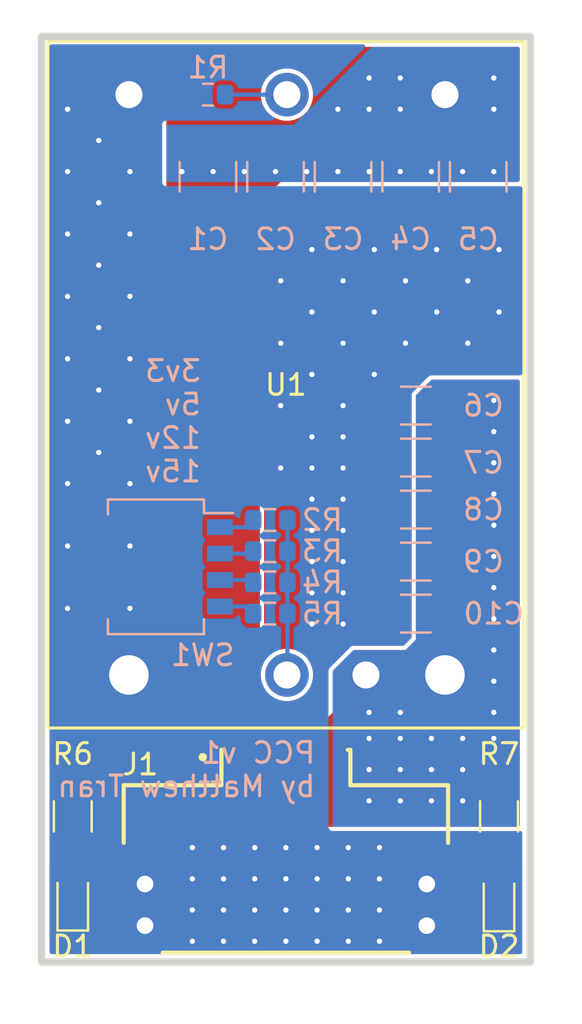
<source format=kicad_pcb>
(kicad_pcb (version 20171130) (host pcbnew "(5.1.7-0-10_14)")

  (general
    (thickness 1.6)
    (drawings 6)
    (tracks 146)
    (zones 0)
    (modules 22)
    (nets 12)
  )

  (page A4)
  (layers
    (0 F.Cu signal)
    (31 B.Cu signal)
    (32 B.Adhes user)
    (33 F.Adhes user)
    (34 B.Paste user)
    (35 F.Paste user)
    (36 B.SilkS user)
    (37 F.SilkS user)
    (38 B.Mask user)
    (39 F.Mask user)
    (40 Dwgs.User user)
    (41 Cmts.User user)
    (42 Eco1.User user)
    (43 Eco2.User user)
    (44 Edge.Cuts user)
    (45 Margin user)
    (46 B.CrtYd user)
    (47 F.CrtYd user)
    (48 B.Fab user)
    (49 F.Fab user)
  )

  (setup
    (last_trace_width 0.2032)
    (trace_clearance 0.2032)
    (zone_clearance 0.2032)
    (zone_45_only yes)
    (trace_min 0.2032)
    (via_size 0.6604)
    (via_drill 0.254)
    (via_min_size 0.6604)
    (via_min_drill 0.254)
    (uvia_size 0.3)
    (uvia_drill 0.1)
    (uvias_allowed no)
    (uvia_min_size 0.2)
    (uvia_min_drill 0.1)
    (edge_width 0.1)
    (segment_width 0.2)
    (pcb_text_width 0.3)
    (pcb_text_size 1.5 1.5)
    (mod_edge_width 0.15)
    (mod_text_size 1 1)
    (mod_text_width 0.15)
    (pad_size 1.308 1.308)
    (pad_drill 0.8)
    (pad_to_mask_clearance 0)
    (aux_axis_origin 0 0)
    (visible_elements FFFFFF7F)
    (pcbplotparams
      (layerselection 0x010fc_ffffffff)
      (usegerberextensions false)
      (usegerberattributes true)
      (usegerberadvancedattributes true)
      (creategerberjobfile true)
      (excludeedgelayer true)
      (linewidth 0.100000)
      (plotframeref false)
      (viasonmask false)
      (mode 1)
      (useauxorigin false)
      (hpglpennumber 1)
      (hpglpenspeed 20)
      (hpglpendiameter 15.000000)
      (psnegative false)
      (psa4output false)
      (plotreference true)
      (plotvalue true)
      (plotinvisibletext false)
      (padsonsilk false)
      (subtractmaskfromsilk false)
      (outputformat 1)
      (mirror false)
      (drillshape 1)
      (scaleselection 1)
      (outputdirectory ""))
  )

  (net 0 "")
  (net 1 GND)
  (net 2 "Net-(D1-Pad2)")
  (net 3 "Net-(R4-Pad1)")
  (net 4 +48V)
  (net 5 +VSW)
  (net 6 "Net-(D2-Pad2)")
  (net 7 "Net-(R1-Pad2)")
  (net 8 "Net-(R2-Pad2)")
  (net 9 "Net-(R2-Pad1)")
  (net 10 "Net-(R3-Pad1)")
  (net 11 "Net-(R5-Pad1)")

  (net_class Default "This is the default net class."
    (clearance 0.2032)
    (trace_width 0.2032)
    (via_dia 0.6604)
    (via_drill 0.254)
    (uvia_dia 0.3)
    (uvia_drill 0.1)
    (add_net +48V)
    (add_net +VSW)
    (add_net GND)
    (add_net "Net-(D1-Pad2)")
    (add_net "Net-(D2-Pad2)")
    (add_net "Net-(R1-Pad2)")
    (add_net "Net-(R2-Pad1)")
    (add_net "Net-(R2-Pad2)")
    (add_net "Net-(R3-Pad1)")
    (add_net "Net-(R4-Pad1)")
    (add_net "Net-(R5-Pad1)")
  )

  (module extraparts:I6A4W020A033V-001-R (layer F.Cu) (tedit 6024FD0D) (tstamp 60257257)
    (at 150 100 270)
    (path /60254A40)
    (fp_text reference U1 (at 0 0 180) (layer F.SilkS)
      (effects (font (size 1 1) (thickness 0.15)))
    )
    (fp_text value I6A4W020A033V-001-R (at 0 -8.25 90) (layer F.Fab)
      (effects (font (size 1 1) (thickness 0.15)))
    )
    (fp_line (start -16.5 11.45) (end -16.5 -11.45) (layer F.SilkS) (width 0.15))
    (fp_line (start -16.5 11.45) (end 16.5 11.45) (layer F.SilkS) (width 0.15))
    (fp_line (start 16.5 -11.45) (end 16.5 11.45) (layer F.SilkS) (width 0.15))
    (fp_line (start -16.5 -11.45) (end 16.5 -11.45) (layer F.SilkS) (width 0.15))
    (pad 8 thru_hole circle (at 13.95 -7.65 270) (size 2.9 2.9) (drill 1.9) (layers *.Cu *.Mask)
      (net 5 +VSW))
    (pad 7 thru_hole circle (at 13.95 -3.85 270) (size 2.1 2.1) (drill 1.3) (layers *.Cu *.Mask)
      (net 5 +VSW))
    (pad 6 thru_hole circle (at 13.95 -0.05 270) (size 2.1 2.1) (drill 1.3) (layers *.Cu *.Mask)
      (net 8 "Net-(R2-Pad2)"))
    (pad 4 thru_hole circle (at 13.95 7.55 270) (size 2.9 2.9) (drill 1.9) (layers *.Cu *.Mask)
      (net 1 GND))
    (pad 3 thru_hole circle (at -13.95 7.55 270) (size 2.1 2.1) (drill 1.3) (layers *.Cu *.Mask)
      (net 1 GND))
    (pad 2 thru_hole circle (at -13.95 -0.05 270) (size 2.1 2.1) (drill 1.3) (layers *.Cu *.Mask)
      (net 7 "Net-(R1-Pad2)"))
    (pad 1 thru_hole circle (at -13.95 -7.65 270) (size 2.1 2.1) (drill 1.3) (layers *.Cu *.Mask)
      (net 4 +48V))
    (model :extraparts3d:i6a_outline.STEP
      (offset (xyz 16.5 -11.4 0))
      (scale (xyz 1 1 1))
      (rotate (xyz -90 0 0))
    )
  )

  (module Button_Switch_SMD:SW_DIP_SPSTx04_Slide_Omron_A6H-4101_W6.15mm_P1.27mm (layer B.Cu) (tedit 5A4E1407) (tstamp 60257248)
    (at 143.75 108.75 180)
    (descr "SMD 4x-dip-switch SPST Omron_A6H-4101, Slide, row spacing 6.15 mm (242 mils), body size  (see https://www.omron.com/ecb/products/pdf/en-a6h.pdf)")
    (tags "SMD DIP Switch SPST Slide 6.15mm 242mil")
    (path /60258C31)
    (attr smd)
    (fp_text reference SW1 (at -2.25 -4.25) (layer B.SilkS)
      (effects (font (size 1 1) (thickness 0.15)) (justify mirror))
    )
    (fp_text value SW_DIP_x04 (at 0 -4.235) (layer B.Fab)
      (effects (font (size 1 1) (thickness 0.15)) (justify mirror))
    )
    (fp_line (start 3.95 3.5) (end -3.95 3.5) (layer B.CrtYd) (width 0.05))
    (fp_line (start 3.95 -3.5) (end 3.95 3.5) (layer B.CrtYd) (width 0.05))
    (fp_line (start -3.95 -3.5) (end 3.95 -3.5) (layer B.CrtYd) (width 0.05))
    (fp_line (start -3.95 3.5) (end -3.95 -3.5) (layer B.CrtYd) (width 0.05))
    (fp_line (start 2.31 -2.525) (end 2.31 -3.235) (layer B.SilkS) (width 0.12))
    (fp_line (start -2.309 -2.525) (end -2.309 -3.235) (layer B.SilkS) (width 0.12))
    (fp_line (start 2.31 3.235) (end 2.31 2.525) (layer B.SilkS) (width 0.12))
    (fp_line (start -2.309 3.235) (end 2.31 3.235) (layer B.SilkS) (width 0.12))
    (fp_line (start -2.309 3.235) (end -2.309 2.585) (layer B.SilkS) (width 0.12))
    (fp_line (start -3.7 2.585) (end -2.309 2.585) (layer B.SilkS) (width 0.12))
    (fp_line (start -2.309 -3.235) (end 2.31 -3.235) (layer B.SilkS) (width 0.12))
    (fp_line (start -0.533333 -1.655) (end -0.533333 -2.155) (layer B.Fab) (width 0.1))
    (fp_line (start -1.6 -2.055) (end -0.533333 -2.055) (layer B.Fab) (width 0.1))
    (fp_line (start -1.6 -1.955) (end -0.533333 -1.955) (layer B.Fab) (width 0.1))
    (fp_line (start -1.6 -1.855) (end -0.533333 -1.855) (layer B.Fab) (width 0.1))
    (fp_line (start -1.6 -1.755) (end -0.533333 -1.755) (layer B.Fab) (width 0.1))
    (fp_line (start 1.6 -1.655) (end -1.6 -1.655) (layer B.Fab) (width 0.1))
    (fp_line (start 1.6 -2.155) (end 1.6 -1.655) (layer B.Fab) (width 0.1))
    (fp_line (start -1.6 -2.155) (end 1.6 -2.155) (layer B.Fab) (width 0.1))
    (fp_line (start -1.6 -1.655) (end -1.6 -2.155) (layer B.Fab) (width 0.1))
    (fp_line (start -0.533333 -0.385) (end -0.533333 -0.885) (layer B.Fab) (width 0.1))
    (fp_line (start -1.6 -0.785) (end -0.533333 -0.785) (layer B.Fab) (width 0.1))
    (fp_line (start -1.6 -0.685) (end -0.533333 -0.685) (layer B.Fab) (width 0.1))
    (fp_line (start -1.6 -0.585) (end -0.533333 -0.585) (layer B.Fab) (width 0.1))
    (fp_line (start -1.6 -0.485) (end -0.533333 -0.485) (layer B.Fab) (width 0.1))
    (fp_line (start 1.6 -0.385) (end -1.6 -0.385) (layer B.Fab) (width 0.1))
    (fp_line (start 1.6 -0.885) (end 1.6 -0.385) (layer B.Fab) (width 0.1))
    (fp_line (start -1.6 -0.885) (end 1.6 -0.885) (layer B.Fab) (width 0.1))
    (fp_line (start -1.6 -0.385) (end -1.6 -0.885) (layer B.Fab) (width 0.1))
    (fp_line (start -0.533333 0.885) (end -0.533333 0.385) (layer B.Fab) (width 0.1))
    (fp_line (start -1.6 0.485) (end -0.533333 0.485) (layer B.Fab) (width 0.1))
    (fp_line (start -1.6 0.585) (end -0.533333 0.585) (layer B.Fab) (width 0.1))
    (fp_line (start -1.6 0.685) (end -0.533333 0.685) (layer B.Fab) (width 0.1))
    (fp_line (start -1.6 0.785) (end -0.533333 0.785) (layer B.Fab) (width 0.1))
    (fp_line (start 1.6 0.885) (end -1.6 0.885) (layer B.Fab) (width 0.1))
    (fp_line (start 1.6 0.385) (end 1.6 0.885) (layer B.Fab) (width 0.1))
    (fp_line (start -1.6 0.385) (end 1.6 0.385) (layer B.Fab) (width 0.1))
    (fp_line (start -1.6 0.885) (end -1.6 0.385) (layer B.Fab) (width 0.1))
    (fp_line (start -0.533333 2.155) (end -0.533333 1.655) (layer B.Fab) (width 0.1))
    (fp_line (start -1.6 1.755) (end -0.533333 1.755) (layer B.Fab) (width 0.1))
    (fp_line (start -1.6 1.855) (end -0.533333 1.855) (layer B.Fab) (width 0.1))
    (fp_line (start -1.6 1.955) (end -0.533333 1.955) (layer B.Fab) (width 0.1))
    (fp_line (start -1.6 2.055) (end -0.533333 2.055) (layer B.Fab) (width 0.1))
    (fp_line (start 1.6 2.155) (end -1.6 2.155) (layer B.Fab) (width 0.1))
    (fp_line (start 1.6 1.655) (end 1.6 2.155) (layer B.Fab) (width 0.1))
    (fp_line (start -1.6 1.655) (end 1.6 1.655) (layer B.Fab) (width 0.1))
    (fp_line (start -1.6 2.155) (end -1.6 1.655) (layer B.Fab) (width 0.1))
    (fp_line (start -2.25 2.175) (end -1.25 3.175) (layer B.Fab) (width 0.1))
    (fp_line (start -2.25 -3.175) (end -2.25 2.175) (layer B.Fab) (width 0.1))
    (fp_line (start 2.25 -3.175) (end -2.25 -3.175) (layer B.Fab) (width 0.1))
    (fp_line (start 2.25 3.175) (end 2.25 -3.175) (layer B.Fab) (width 0.1))
    (fp_line (start -1.25 3.175) (end 2.25 3.175) (layer B.Fab) (width 0.1))
    (fp_text user on (at 0.3875 2.665) (layer B.Fab)
      (effects (font (size 0.455 0.455) (thickness 0.06825)) (justify mirror))
    )
    (fp_text user %R (at 1.925 0 270) (layer B.Fab)
      (effects (font (size 0.455 0.455) (thickness 0.06825)) (justify mirror))
    )
    (pad 8 smd rect (at 3.075 1.905 180) (size 1.25 0.76) (layers B.Cu B.Paste B.Mask)
      (net 1 GND))
    (pad 4 smd rect (at -3.075 -1.905 180) (size 1.25 0.76) (layers B.Cu B.Paste B.Mask)
      (net 11 "Net-(R5-Pad1)"))
    (pad 7 smd rect (at 3.075 0.635 180) (size 1.25 0.76) (layers B.Cu B.Paste B.Mask)
      (net 1 GND))
    (pad 3 smd rect (at -3.075 -0.635 180) (size 1.25 0.76) (layers B.Cu B.Paste B.Mask)
      (net 3 "Net-(R4-Pad1)"))
    (pad 6 smd rect (at 3.075 -0.635 180) (size 1.25 0.76) (layers B.Cu B.Paste B.Mask)
      (net 1 GND))
    (pad 2 smd rect (at -3.075 0.635 180) (size 1.25 0.76) (layers B.Cu B.Paste B.Mask)
      (net 10 "Net-(R3-Pad1)"))
    (pad 5 smd rect (at 3.075 -1.905 180) (size 1.25 0.76) (layers B.Cu B.Paste B.Mask)
      (net 1 GND))
    (pad 1 smd rect (at -3.075 1.905 180) (size 1.25 0.76) (layers B.Cu B.Paste B.Mask)
      (net 9 "Net-(R2-Pad1)"))
    (model ${KISYS3DMOD}/Button_Switch_SMD.3dshapes/SW_DIP_SPSTx04_Slide_Omron_A6H-4101_W6.15mm_P1.27mm.wrl
      (at (xyz 0 0 0))
      (scale (xyz 1 1 1))
      (rotate (xyz 0 0 0))
    )
  )

  (module Resistor_SMD:R_1206_3216Metric (layer F.Cu) (tedit 5F68FEEE) (tstamp 60257206)
    (at 160.25 120.75 270)
    (descr "Resistor SMD 1206 (3216 Metric), square (rectangular) end terminal, IPC_7351 nominal, (Body size source: IPC-SM-782 page 72, https://www.pcb-3d.com/wordpress/wp-content/uploads/ipc-sm-782a_amendment_1_and_2.pdf), generated with kicad-footprint-generator")
    (tags resistor)
    (path /602926A3)
    (attr smd)
    (fp_text reference R7 (at -3 0 180) (layer F.SilkS)
      (effects (font (size 1 1) (thickness 0.15)))
    )
    (fp_text value 1k (at 0 1.82 90) (layer F.Fab)
      (effects (font (size 1 1) (thickness 0.15)))
    )
    (fp_line (start 2.28 1.12) (end -2.28 1.12) (layer F.CrtYd) (width 0.05))
    (fp_line (start 2.28 -1.12) (end 2.28 1.12) (layer F.CrtYd) (width 0.05))
    (fp_line (start -2.28 -1.12) (end 2.28 -1.12) (layer F.CrtYd) (width 0.05))
    (fp_line (start -2.28 1.12) (end -2.28 -1.12) (layer F.CrtYd) (width 0.05))
    (fp_line (start -0.727064 0.91) (end 0.727064 0.91) (layer F.SilkS) (width 0.12))
    (fp_line (start -0.727064 -0.91) (end 0.727064 -0.91) (layer F.SilkS) (width 0.12))
    (fp_line (start 1.6 0.8) (end -1.6 0.8) (layer F.Fab) (width 0.1))
    (fp_line (start 1.6 -0.8) (end 1.6 0.8) (layer F.Fab) (width 0.1))
    (fp_line (start -1.6 -0.8) (end 1.6 -0.8) (layer F.Fab) (width 0.1))
    (fp_line (start -1.6 0.8) (end -1.6 -0.8) (layer F.Fab) (width 0.1))
    (fp_text user %R (at 0 0 90) (layer F.Fab)
      (effects (font (size 0.8 0.8) (thickness 0.12)))
    )
    (pad 2 smd roundrect (at 1.4625 0 270) (size 1.125 1.75) (layers F.Cu F.Paste F.Mask) (roundrect_rratio 0.222222)
      (net 6 "Net-(D2-Pad2)"))
    (pad 1 smd roundrect (at -1.4625 0 270) (size 1.125 1.75) (layers F.Cu F.Paste F.Mask) (roundrect_rratio 0.222222)
      (net 5 +VSW))
    (model ${KISYS3DMOD}/Resistor_SMD.3dshapes/R_1206_3216Metric.wrl
      (at (xyz 0 0 0))
      (scale (xyz 1 1 1))
      (rotate (xyz 0 0 0))
    )
  )

  (module Resistor_SMD:R_1206_3216Metric (layer F.Cu) (tedit 5F68FEEE) (tstamp 602571F5)
    (at 139.75 120.75 270)
    (descr "Resistor SMD 1206 (3216 Metric), square (rectangular) end terminal, IPC_7351 nominal, (Body size source: IPC-SM-782 page 72, https://www.pcb-3d.com/wordpress/wp-content/uploads/ipc-sm-782a_amendment_1_and_2.pdf), generated with kicad-footprint-generator")
    (tags resistor)
    (path /60284963)
    (attr smd)
    (fp_text reference R6 (at -3 0 180) (layer F.SilkS)
      (effects (font (size 1 1) (thickness 0.15)))
    )
    (fp_text value 10k (at 0 1.82 90) (layer F.Fab)
      (effects (font (size 1 1) (thickness 0.15)))
    )
    (fp_line (start 2.28 1.12) (end -2.28 1.12) (layer F.CrtYd) (width 0.05))
    (fp_line (start 2.28 -1.12) (end 2.28 1.12) (layer F.CrtYd) (width 0.05))
    (fp_line (start -2.28 -1.12) (end 2.28 -1.12) (layer F.CrtYd) (width 0.05))
    (fp_line (start -2.28 1.12) (end -2.28 -1.12) (layer F.CrtYd) (width 0.05))
    (fp_line (start -0.727064 0.91) (end 0.727064 0.91) (layer F.SilkS) (width 0.12))
    (fp_line (start -0.727064 -0.91) (end 0.727064 -0.91) (layer F.SilkS) (width 0.12))
    (fp_line (start 1.6 0.8) (end -1.6 0.8) (layer F.Fab) (width 0.1))
    (fp_line (start 1.6 -0.8) (end 1.6 0.8) (layer F.Fab) (width 0.1))
    (fp_line (start -1.6 -0.8) (end 1.6 -0.8) (layer F.Fab) (width 0.1))
    (fp_line (start -1.6 0.8) (end -1.6 -0.8) (layer F.Fab) (width 0.1))
    (fp_text user %R (at 0 0 90) (layer F.Fab)
      (effects (font (size 0.8 0.8) (thickness 0.12)))
    )
    (pad 2 smd roundrect (at 1.4625 0 270) (size 1.125 1.75) (layers F.Cu F.Paste F.Mask) (roundrect_rratio 0.222222)
      (net 2 "Net-(D1-Pad2)"))
    (pad 1 smd roundrect (at -1.4625 0 270) (size 1.125 1.75) (layers F.Cu F.Paste F.Mask) (roundrect_rratio 0.222222)
      (net 4 +48V))
    (model ${KISYS3DMOD}/Resistor_SMD.3dshapes/R_1206_3216Metric.wrl
      (at (xyz 0 0 0))
      (scale (xyz 1 1 1))
      (rotate (xyz 0 0 0))
    )
  )

  (module Resistor_SMD:R_0603_1608Metric (layer B.Cu) (tedit 5F68FEEE) (tstamp 602571E4)
    (at 149.25 111)
    (descr "Resistor SMD 0603 (1608 Metric), square (rectangular) end terminal, IPC_7351 nominal, (Body size source: IPC-SM-782 page 72, https://www.pcb-3d.com/wordpress/wp-content/uploads/ipc-sm-782a_amendment_1_and_2.pdf), generated with kicad-footprint-generator")
    (tags resistor)
    (path /6025BEBE)
    (attr smd)
    (fp_text reference R5 (at 2.5 0) (layer B.SilkS)
      (effects (font (size 1 1) (thickness 0.15)) (justify mirror))
    )
    (fp_text value 1.25k (at 0 -1.43) (layer B.Fab)
      (effects (font (size 1 1) (thickness 0.15)) (justify mirror))
    )
    (fp_line (start 1.48 -0.73) (end -1.48 -0.73) (layer B.CrtYd) (width 0.05))
    (fp_line (start 1.48 0.73) (end 1.48 -0.73) (layer B.CrtYd) (width 0.05))
    (fp_line (start -1.48 0.73) (end 1.48 0.73) (layer B.CrtYd) (width 0.05))
    (fp_line (start -1.48 -0.73) (end -1.48 0.73) (layer B.CrtYd) (width 0.05))
    (fp_line (start -0.237258 -0.5225) (end 0.237258 -0.5225) (layer B.SilkS) (width 0.12))
    (fp_line (start -0.237258 0.5225) (end 0.237258 0.5225) (layer B.SilkS) (width 0.12))
    (fp_line (start 0.8 -0.4125) (end -0.8 -0.4125) (layer B.Fab) (width 0.1))
    (fp_line (start 0.8 0.4125) (end 0.8 -0.4125) (layer B.Fab) (width 0.1))
    (fp_line (start -0.8 0.4125) (end 0.8 0.4125) (layer B.Fab) (width 0.1))
    (fp_line (start -0.8 -0.4125) (end -0.8 0.4125) (layer B.Fab) (width 0.1))
    (fp_text user %R (at 0 0) (layer B.Fab)
      (effects (font (size 0.4 0.4) (thickness 0.06)) (justify mirror))
    )
    (pad 2 smd roundrect (at 0.825 0) (size 0.8 0.95) (layers B.Cu B.Paste B.Mask) (roundrect_rratio 0.25)
      (net 8 "Net-(R2-Pad2)"))
    (pad 1 smd roundrect (at -0.825 0) (size 0.8 0.95) (layers B.Cu B.Paste B.Mask) (roundrect_rratio 0.25)
      (net 11 "Net-(R5-Pad1)"))
    (model ${KISYS3DMOD}/Resistor_SMD.3dshapes/R_0603_1608Metric.wrl
      (at (xyz 0 0 0))
      (scale (xyz 1 1 1))
      (rotate (xyz 0 0 0))
    )
  )

  (module Resistor_SMD:R_0603_1608Metric (layer B.Cu) (tedit 5F68FEEE) (tstamp 602571D3)
    (at 149.25 109.5)
    (descr "Resistor SMD 0603 (1608 Metric), square (rectangular) end terminal, IPC_7351 nominal, (Body size source: IPC-SM-782 page 72, https://www.pcb-3d.com/wordpress/wp-content/uploads/ipc-sm-782a_amendment_1_and_2.pdf), generated with kicad-footprint-generator")
    (tags resistor)
    (path /6025BC6E)
    (attr smd)
    (fp_text reference R4 (at 2.5 0) (layer B.SilkS)
      (effects (font (size 1 1) (thickness 0.15)) (justify mirror))
    )
    (fp_text value 1.82k (at 0 -1.43) (layer B.Fab)
      (effects (font (size 1 1) (thickness 0.15)) (justify mirror))
    )
    (fp_line (start 1.48 -0.73) (end -1.48 -0.73) (layer B.CrtYd) (width 0.05))
    (fp_line (start 1.48 0.73) (end 1.48 -0.73) (layer B.CrtYd) (width 0.05))
    (fp_line (start -1.48 0.73) (end 1.48 0.73) (layer B.CrtYd) (width 0.05))
    (fp_line (start -1.48 -0.73) (end -1.48 0.73) (layer B.CrtYd) (width 0.05))
    (fp_line (start -0.237258 -0.5225) (end 0.237258 -0.5225) (layer B.SilkS) (width 0.12))
    (fp_line (start -0.237258 0.5225) (end 0.237258 0.5225) (layer B.SilkS) (width 0.12))
    (fp_line (start 0.8 -0.4125) (end -0.8 -0.4125) (layer B.Fab) (width 0.1))
    (fp_line (start 0.8 0.4125) (end 0.8 -0.4125) (layer B.Fab) (width 0.1))
    (fp_line (start -0.8 0.4125) (end 0.8 0.4125) (layer B.Fab) (width 0.1))
    (fp_line (start -0.8 -0.4125) (end -0.8 0.4125) (layer B.Fab) (width 0.1))
    (fp_text user %R (at 0 0) (layer B.Fab)
      (effects (font (size 0.4 0.4) (thickness 0.06)) (justify mirror))
    )
    (pad 2 smd roundrect (at 0.825 0) (size 0.8 0.95) (layers B.Cu B.Paste B.Mask) (roundrect_rratio 0.25)
      (net 8 "Net-(R2-Pad2)"))
    (pad 1 smd roundrect (at -0.825 0) (size 0.8 0.95) (layers B.Cu B.Paste B.Mask) (roundrect_rratio 0.25)
      (net 3 "Net-(R4-Pad1)"))
    (model ${KISYS3DMOD}/Resistor_SMD.3dshapes/R_0603_1608Metric.wrl
      (at (xyz 0 0 0))
      (scale (xyz 1 1 1))
      (rotate (xyz 0 0 0))
    )
  )

  (module Resistor_SMD:R_0603_1608Metric (layer B.Cu) (tedit 5F68FEEE) (tstamp 602571C2)
    (at 149.25 108)
    (descr "Resistor SMD 0603 (1608 Metric), square (rectangular) end terminal, IPC_7351 nominal, (Body size source: IPC-SM-782 page 72, https://www.pcb-3d.com/wordpress/wp-content/uploads/ipc-sm-782a_amendment_1_and_2.pdf), generated with kicad-footprint-generator")
    (tags resistor)
    (path /6025B937)
    (attr smd)
    (fp_text reference R3 (at 2.5 0) (layer B.SilkS)
      (effects (font (size 1 1) (thickness 0.15)) (justify mirror))
    )
    (fp_text value 8.57k (at 0 -1.43) (layer B.Fab)
      (effects (font (size 1 1) (thickness 0.15)) (justify mirror))
    )
    (fp_line (start 1.48 -0.73) (end -1.48 -0.73) (layer B.CrtYd) (width 0.05))
    (fp_line (start 1.48 0.73) (end 1.48 -0.73) (layer B.CrtYd) (width 0.05))
    (fp_line (start -1.48 0.73) (end 1.48 0.73) (layer B.CrtYd) (width 0.05))
    (fp_line (start -1.48 -0.73) (end -1.48 0.73) (layer B.CrtYd) (width 0.05))
    (fp_line (start -0.237258 -0.5225) (end 0.237258 -0.5225) (layer B.SilkS) (width 0.12))
    (fp_line (start -0.237258 0.5225) (end 0.237258 0.5225) (layer B.SilkS) (width 0.12))
    (fp_line (start 0.8 -0.4125) (end -0.8 -0.4125) (layer B.Fab) (width 0.1))
    (fp_line (start 0.8 0.4125) (end 0.8 -0.4125) (layer B.Fab) (width 0.1))
    (fp_line (start -0.8 0.4125) (end 0.8 0.4125) (layer B.Fab) (width 0.1))
    (fp_line (start -0.8 -0.4125) (end -0.8 0.4125) (layer B.Fab) (width 0.1))
    (fp_text user %R (at 0 0) (layer B.Fab)
      (effects (font (size 0.4 0.4) (thickness 0.06)) (justify mirror))
    )
    (pad 2 smd roundrect (at 0.825 0) (size 0.8 0.95) (layers B.Cu B.Paste B.Mask) (roundrect_rratio 0.25)
      (net 8 "Net-(R2-Pad2)"))
    (pad 1 smd roundrect (at -0.825 0) (size 0.8 0.95) (layers B.Cu B.Paste B.Mask) (roundrect_rratio 0.25)
      (net 10 "Net-(R3-Pad1)"))
    (model ${KISYS3DMOD}/Resistor_SMD.3dshapes/R_0603_1608Metric.wrl
      (at (xyz 0 0 0))
      (scale (xyz 1 1 1))
      (rotate (xyz 0 0 0))
    )
  )

  (module Resistor_SMD:R_0603_1608Metric (layer B.Cu) (tedit 5F68FEEE) (tstamp 602571B1)
    (at 149.25 106.5)
    (descr "Resistor SMD 0603 (1608 Metric), square (rectangular) end terminal, IPC_7351 nominal, (Body size source: IPC-SM-782 page 72, https://www.pcb-3d.com/wordpress/wp-content/uploads/ipc-sm-782a_amendment_1_and_2.pdf), generated with kicad-footprint-generator")
    (tags resistor)
    (path /6025AFB5)
    (attr smd)
    (fp_text reference R2 (at 2.5 0) (layer B.SilkS)
      (effects (font (size 1 1) (thickness 0.15)) (justify mirror))
    )
    (fp_text value 30.3k (at 0 -1.43) (layer B.Fab)
      (effects (font (size 1 1) (thickness 0.15)) (justify mirror))
    )
    (fp_line (start 1.48 -0.73) (end -1.48 -0.73) (layer B.CrtYd) (width 0.05))
    (fp_line (start 1.48 0.73) (end 1.48 -0.73) (layer B.CrtYd) (width 0.05))
    (fp_line (start -1.48 0.73) (end 1.48 0.73) (layer B.CrtYd) (width 0.05))
    (fp_line (start -1.48 -0.73) (end -1.48 0.73) (layer B.CrtYd) (width 0.05))
    (fp_line (start -0.237258 -0.5225) (end 0.237258 -0.5225) (layer B.SilkS) (width 0.12))
    (fp_line (start -0.237258 0.5225) (end 0.237258 0.5225) (layer B.SilkS) (width 0.12))
    (fp_line (start 0.8 -0.4125) (end -0.8 -0.4125) (layer B.Fab) (width 0.1))
    (fp_line (start 0.8 0.4125) (end 0.8 -0.4125) (layer B.Fab) (width 0.1))
    (fp_line (start -0.8 0.4125) (end 0.8 0.4125) (layer B.Fab) (width 0.1))
    (fp_line (start -0.8 -0.4125) (end -0.8 0.4125) (layer B.Fab) (width 0.1))
    (fp_text user %R (at 0 0) (layer B.Fab)
      (effects (font (size 0.4 0.4) (thickness 0.06)) (justify mirror))
    )
    (pad 2 smd roundrect (at 0.825 0) (size 0.8 0.95) (layers B.Cu B.Paste B.Mask) (roundrect_rratio 0.25)
      (net 8 "Net-(R2-Pad2)"))
    (pad 1 smd roundrect (at -0.825 0) (size 0.8 0.95) (layers B.Cu B.Paste B.Mask) (roundrect_rratio 0.25)
      (net 9 "Net-(R2-Pad1)"))
    (model ${KISYS3DMOD}/Resistor_SMD.3dshapes/R_0603_1608Metric.wrl
      (at (xyz 0 0 0))
      (scale (xyz 1 1 1))
      (rotate (xyz 0 0 0))
    )
  )

  (module Resistor_SMD:R_0603_1608Metric (layer B.Cu) (tedit 5F68FEEE) (tstamp 602571A0)
    (at 146.25 86.05)
    (descr "Resistor SMD 0603 (1608 Metric), square (rectangular) end terminal, IPC_7351 nominal, (Body size source: IPC-SM-782 page 72, https://www.pcb-3d.com/wordpress/wp-content/uploads/ipc-sm-782a_amendment_1_and_2.pdf), generated with kicad-footprint-generator")
    (tags resistor)
    (path /602559EC)
    (attr smd)
    (fp_text reference R1 (at 0 -1.3) (layer B.SilkS)
      (effects (font (size 1 1) (thickness 0.15)) (justify mirror))
    )
    (fp_text value 0 (at 0 -1.43) (layer B.Fab)
      (effects (font (size 1 1) (thickness 0.15)) (justify mirror))
    )
    (fp_line (start 1.48 -0.73) (end -1.48 -0.73) (layer B.CrtYd) (width 0.05))
    (fp_line (start 1.48 0.73) (end 1.48 -0.73) (layer B.CrtYd) (width 0.05))
    (fp_line (start -1.48 0.73) (end 1.48 0.73) (layer B.CrtYd) (width 0.05))
    (fp_line (start -1.48 -0.73) (end -1.48 0.73) (layer B.CrtYd) (width 0.05))
    (fp_line (start -0.237258 -0.5225) (end 0.237258 -0.5225) (layer B.SilkS) (width 0.12))
    (fp_line (start -0.237258 0.5225) (end 0.237258 0.5225) (layer B.SilkS) (width 0.12))
    (fp_line (start 0.8 -0.4125) (end -0.8 -0.4125) (layer B.Fab) (width 0.1))
    (fp_line (start 0.8 0.4125) (end 0.8 -0.4125) (layer B.Fab) (width 0.1))
    (fp_line (start -0.8 0.4125) (end 0.8 0.4125) (layer B.Fab) (width 0.1))
    (fp_line (start -0.8 -0.4125) (end -0.8 0.4125) (layer B.Fab) (width 0.1))
    (fp_text user %R (at 0 0) (layer B.Fab)
      (effects (font (size 0.4 0.4) (thickness 0.06)) (justify mirror))
    )
    (pad 2 smd roundrect (at 0.825 0) (size 0.8 0.95) (layers B.Cu B.Paste B.Mask) (roundrect_rratio 0.25)
      (net 7 "Net-(R1-Pad2)"))
    (pad 1 smd roundrect (at -0.825 0) (size 0.8 0.95) (layers B.Cu B.Paste B.Mask) (roundrect_rratio 0.25)
      (net 1 GND))
    (model ${KISYS3DMOD}/Resistor_SMD.3dshapes/R_0603_1608Metric.wrl
      (at (xyz 0 0 0))
      (scale (xyz 1 1 1))
      (rotate (xyz 0 0 0))
    )
  )

  (module extraparts:Samtec_mPOWER_UMPT_RA_3pin (layer F.Cu) (tedit 602539FD) (tstamp 6025718F)
    (at 150 125)
    (path /6027C37D)
    (fp_text reference J1 (at -7 -6.75) (layer F.SilkS)
      (effects (font (size 1 1) (thickness 0.15)))
    )
    (fp_text value Conn_01x03 (at 0 4.75) (layer F.Fab)
      (effects (font (size 1 1) (thickness 0.15)))
    )
    (fp_line (start 8.975 -2.88) (end 8.975 2.95) (layer F.CrtYd) (width 0.05))
    (fp_line (start 8.05 -2.88) (end 8.975 -2.88) (layer F.CrtYd) (width 0.05))
    (fp_line (start 7.8 -5.75) (end 7.8 -2.98) (layer F.SilkS) (width 0.2))
    (fp_line (start -7.8 -5.75) (end -7.8 -2.98) (layer F.SilkS) (width 0.2))
    (fp_line (start -8.975 -2.88) (end -8.975 2.95) (layer F.CrtYd) (width 0.05))
    (fp_line (start -8.05 -2.88) (end -8.975 -2.88) (layer F.CrtYd) (width 0.05))
    (fp_poly (pts (xy 6.275 0.35) (xy 8.725 0.35) (xy 8.725 2.63) (xy 6.275 2.63)) (layer F.Paste) (width 0.01))
    (fp_poly (pts (xy 6.275 -2.63) (xy 8.725 -2.63) (xy 8.725 -0.35) (xy 6.275 -0.35)) (layer F.Paste) (width 0.01))
    (fp_poly (pts (xy -8.725 0.35) (xy -6.275 0.35) (xy -6.275 2.63) (xy -8.725 2.63)) (layer F.Paste) (width 0.01))
    (fp_poly (pts (xy -8.725 -2.63) (xy -6.275 -2.63) (xy -6.275 -0.35) (xy -8.725 -0.35)) (layer F.Paste) (width 0.01))
    (fp_circle (center -4 -7.1) (end -3.9 -7.1) (layer F.SilkS) (width 0.2))
    (fp_circle (center -4 -7.1) (end -3.9 -7.1) (layer F.Fab) (width 0.2))
    (fp_line (start -8.975 2.95) (end 8.975 2.95) (layer F.CrtYd) (width 0.05))
    (fp_line (start -8.05 -2.88) (end -8.05 -6) (layer F.CrtYd) (width 0.05))
    (fp_line (start 8.05 -6) (end 8.05 -2.88) (layer F.CrtYd) (width 0.05))
    (fp_line (start 3.35 -6) (end 8.05 -6) (layer F.CrtYd) (width 0.05))
    (fp_line (start 3.35 -7.75) (end 3.35 -6) (layer F.CrtYd) (width 0.05))
    (fp_line (start -3.35 -7.75) (end 3.35 -7.75) (layer F.CrtYd) (width 0.05))
    (fp_line (start -3.35 -6) (end -3.35 -7.75) (layer F.CrtYd) (width 0.05))
    (fp_line (start -8.05 -6) (end -3.35 -6) (layer F.CrtYd) (width 0.05))
    (fp_line (start 2.975 -7.45) (end 3.1 -7.45) (layer F.SilkS) (width 0.2))
    (fp_line (start -3.1 -7.45) (end -2.975 -7.45) (layer F.SilkS) (width 0.2))
    (fp_line (start 5.925 2.3) (end -5.925 2.3) (layer F.SilkS) (width 0.2))
    (fp_line (start 3.1 -5.75) (end 7.8 -5.75) (layer F.SilkS) (width 0.2))
    (fp_line (start 3.1 -7.45) (end 3.1 -5.75) (layer F.SilkS) (width 0.2))
    (fp_line (start -3.1 -5.75) (end -3.1 -7.45) (layer F.SilkS) (width 0.2))
    (fp_line (start -7.8 -5.75) (end -3.1 -5.75) (layer F.SilkS) (width 0.2))
    (fp_line (start -7.8 2.7) (end 7.8 2.7) (layer F.Fab) (width 0.1))
    (fp_line (start -7.8 2.3) (end -7.8 -5.75) (layer F.Fab) (width 0.1))
    (fp_line (start 7.8 2.3) (end -7.8 2.3) (layer F.Fab) (width 0.1))
    (fp_line (start 7.8 -5.75) (end 7.8 2.3) (layer F.Fab) (width 0.1))
    (fp_line (start 3.1 -5.75) (end 7.8 -5.75) (layer F.Fab) (width 0.1))
    (fp_line (start 3.1 -7.45) (end 3.1 -5.75) (layer F.Fab) (width 0.1))
    (fp_line (start -3.1 -7.45) (end 3.1 -7.45) (layer F.Fab) (width 0.1))
    (fp_line (start -3.1 -5.75) (end -3.1 -7.45) (layer F.Fab) (width 0.1))
    (fp_line (start -7.8 -5.75) (end -3.1 -5.75) (layer F.Fab) (width 0.1))
    (fp_text user "PCB Edge" (at 0 3.5) (layer F.Fab)
      (effects (font (size 0.5 0.5) (thickness 0.1)))
    )
    (pad 3 smd rect (at 2 -5.75) (size 1.25 3.5) (layers F.Cu F.Paste F.Mask)
      (net 5 +VSW))
    (pad "" thru_hole circle (at 6.775 1) (size 1.308 1.308) (drill 0.8) (layers *.Cu *.Mask)
      (net 1 GND))
    (pad "" thru_hole circle (at 6.775 -1) (size 1.308 1.308) (drill 0.8) (layers *.Cu *.Mask)
      (net 1 GND))
    (pad "" thru_hole circle (at -6.775 1) (size 1.308 1.308) (drill 0.8) (layers *.Cu *.Mask)
      (net 1 GND))
    (pad "" thru_hole circle (at -6.775 -1) (size 1.308 1.308) (drill 0.8) (layers *.Cu *.Mask)
      (net 1 GND))
    (pad 2 smd rect (at 0 -5.75) (size 1.25 3.5) (layers F.Cu F.Paste F.Mask)
      (net 1 GND))
    (pad 1 smd rect (at -2 -5.75) (size 1.25 3.5) (layers F.Cu F.Paste F.Mask)
      (net 4 +48V))
  )

  (module LED_SMD:LED_0603_1608Metric (layer F.Cu) (tedit 5F68FEF1) (tstamp 6025715F)
    (at 160.25 124.7875 90)
    (descr "LED SMD 0603 (1608 Metric), square (rectangular) end terminal, IPC_7351 nominal, (Body size source: http://www.tortai-tech.com/upload/download/2011102023233369053.pdf), generated with kicad-footprint-generator")
    (tags LED)
    (path /602926A9)
    (attr smd)
    (fp_text reference D2 (at -2.2125 0 180) (layer F.SilkS)
      (effects (font (size 1 1) (thickness 0.15)))
    )
    (fp_text value LED (at 0 1.43 90) (layer F.Fab)
      (effects (font (size 1 1) (thickness 0.15)))
    )
    (fp_line (start 1.48 0.73) (end -1.48 0.73) (layer F.CrtYd) (width 0.05))
    (fp_line (start 1.48 -0.73) (end 1.48 0.73) (layer F.CrtYd) (width 0.05))
    (fp_line (start -1.48 -0.73) (end 1.48 -0.73) (layer F.CrtYd) (width 0.05))
    (fp_line (start -1.48 0.73) (end -1.48 -0.73) (layer F.CrtYd) (width 0.05))
    (fp_line (start -1.485 0.735) (end 0.8 0.735) (layer F.SilkS) (width 0.12))
    (fp_line (start -1.485 -0.735) (end -1.485 0.735) (layer F.SilkS) (width 0.12))
    (fp_line (start 0.8 -0.735) (end -1.485 -0.735) (layer F.SilkS) (width 0.12))
    (fp_line (start 0.8 0.4) (end 0.8 -0.4) (layer F.Fab) (width 0.1))
    (fp_line (start -0.8 0.4) (end 0.8 0.4) (layer F.Fab) (width 0.1))
    (fp_line (start -0.8 -0.1) (end -0.8 0.4) (layer F.Fab) (width 0.1))
    (fp_line (start -0.5 -0.4) (end -0.8 -0.1) (layer F.Fab) (width 0.1))
    (fp_line (start 0.8 -0.4) (end -0.5 -0.4) (layer F.Fab) (width 0.1))
    (fp_text user %R (at 0 0 90) (layer F.Fab)
      (effects (font (size 0.4 0.4) (thickness 0.06)))
    )
    (pad 2 smd roundrect (at 0.7875 0 90) (size 0.875 0.95) (layers F.Cu F.Paste F.Mask) (roundrect_rratio 0.25)
      (net 6 "Net-(D2-Pad2)"))
    (pad 1 smd roundrect (at -0.7875 0 90) (size 0.875 0.95) (layers F.Cu F.Paste F.Mask) (roundrect_rratio 0.25)
      (net 1 GND))
    (model ${KISYS3DMOD}/LED_SMD.3dshapes/LED_0603_1608Metric.wrl
      (at (xyz 0 0 0))
      (scale (xyz 1 1 1))
      (rotate (xyz 0 0 0))
    )
  )

  (module LED_SMD:LED_0603_1608Metric (layer F.Cu) (tedit 5F68FEF1) (tstamp 6025714C)
    (at 139.75 124.75 90)
    (descr "LED SMD 0603 (1608 Metric), square (rectangular) end terminal, IPC_7351 nominal, (Body size source: http://www.tortai-tech.com/upload/download/2011102023233369053.pdf), generated with kicad-footprint-generator")
    (tags LED)
    (path /60285153)
    (attr smd)
    (fp_text reference D1 (at -2.25 0) (layer F.SilkS)
      (effects (font (size 1 1) (thickness 0.15)))
    )
    (fp_text value LED (at 0 1.43 270) (layer F.Fab)
      (effects (font (size 1 1) (thickness 0.15)))
    )
    (fp_line (start 1.48 0.73) (end -1.48 0.73) (layer F.CrtYd) (width 0.05))
    (fp_line (start 1.48 -0.73) (end 1.48 0.73) (layer F.CrtYd) (width 0.05))
    (fp_line (start -1.48 -0.73) (end 1.48 -0.73) (layer F.CrtYd) (width 0.05))
    (fp_line (start -1.48 0.73) (end -1.48 -0.73) (layer F.CrtYd) (width 0.05))
    (fp_line (start -1.485 0.735) (end 0.8 0.735) (layer F.SilkS) (width 0.12))
    (fp_line (start -1.485 -0.735) (end -1.485 0.735) (layer F.SilkS) (width 0.12))
    (fp_line (start 0.8 -0.735) (end -1.485 -0.735) (layer F.SilkS) (width 0.12))
    (fp_line (start 0.8 0.4) (end 0.8 -0.4) (layer F.Fab) (width 0.1))
    (fp_line (start -0.8 0.4) (end 0.8 0.4) (layer F.Fab) (width 0.1))
    (fp_line (start -0.8 -0.1) (end -0.8 0.4) (layer F.Fab) (width 0.1))
    (fp_line (start -0.5 -0.4) (end -0.8 -0.1) (layer F.Fab) (width 0.1))
    (fp_line (start 0.8 -0.4) (end -0.5 -0.4) (layer F.Fab) (width 0.1))
    (fp_text user %R (at 0 0 270) (layer F.Fab)
      (effects (font (size 0.4 0.4) (thickness 0.06)))
    )
    (pad 2 smd roundrect (at 0.7875 0 90) (size 0.875 0.95) (layers F.Cu F.Paste F.Mask) (roundrect_rratio 0.25)
      (net 2 "Net-(D1-Pad2)"))
    (pad 1 smd roundrect (at -0.7875 0 90) (size 0.875 0.95) (layers F.Cu F.Paste F.Mask) (roundrect_rratio 0.25)
      (net 1 GND))
    (model ${KISYS3DMOD}/LED_SMD.3dshapes/LED_0603_1608Metric.wrl
      (at (xyz 0 0 0))
      (scale (xyz 1 1 1))
      (rotate (xyz 0 0 0))
    )
  )

  (module Capacitor_SMD:C_1206_3216Metric (layer B.Cu) (tedit 5F68FEEE) (tstamp 60258F29)
    (at 156.25 111 180)
    (descr "Capacitor SMD 1206 (3216 Metric), square (rectangular) end terminal, IPC_7351 nominal, (Body size source: IPC-SM-782 page 76, https://www.pcb-3d.com/wordpress/wp-content/uploads/ipc-sm-782a_amendment_1_and_2.pdf), generated with kicad-footprint-generator")
    (tags capacitor)
    (path /6026ECC3)
    (attr smd)
    (fp_text reference C10 (at -3.75 0 180) (layer B.SilkS)
      (effects (font (size 1 1) (thickness 0.15)) (justify mirror))
    )
    (fp_text value 47u (at 0 -1.85 180) (layer B.Fab)
      (effects (font (size 1 1) (thickness 0.15)) (justify mirror))
    )
    (fp_line (start 2.3 -1.15) (end -2.3 -1.15) (layer B.CrtYd) (width 0.05))
    (fp_line (start 2.3 1.15) (end 2.3 -1.15) (layer B.CrtYd) (width 0.05))
    (fp_line (start -2.3 1.15) (end 2.3 1.15) (layer B.CrtYd) (width 0.05))
    (fp_line (start -2.3 -1.15) (end -2.3 1.15) (layer B.CrtYd) (width 0.05))
    (fp_line (start -0.711252 -0.91) (end 0.711252 -0.91) (layer B.SilkS) (width 0.12))
    (fp_line (start -0.711252 0.91) (end 0.711252 0.91) (layer B.SilkS) (width 0.12))
    (fp_line (start 1.6 -0.8) (end -1.6 -0.8) (layer B.Fab) (width 0.1))
    (fp_line (start 1.6 0.8) (end 1.6 -0.8) (layer B.Fab) (width 0.1))
    (fp_line (start -1.6 0.8) (end 1.6 0.8) (layer B.Fab) (width 0.1))
    (fp_line (start -1.6 -0.8) (end -1.6 0.8) (layer B.Fab) (width 0.1))
    (fp_text user %R (at 0 0 180) (layer B.Fab)
      (effects (font (size 0.8 0.8) (thickness 0.12)) (justify mirror))
    )
    (pad 2 smd roundrect (at 1.475 0 180) (size 1.15 1.8) (layers B.Cu B.Paste B.Mask) (roundrect_rratio 0.217391)
      (net 1 GND))
    (pad 1 smd roundrect (at -1.475 0 180) (size 1.15 1.8) (layers B.Cu B.Paste B.Mask) (roundrect_rratio 0.217391)
      (net 5 +VSW))
    (model ${KISYS3DMOD}/Capacitor_SMD.3dshapes/C_1206_3216Metric.wrl
      (at (xyz 0 0 0))
      (scale (xyz 1 1 1))
      (rotate (xyz 0 0 0))
    )
  )

  (module Capacitor_SMD:C_1206_3216Metric (layer B.Cu) (tedit 5F68FEEE) (tstamp 60258EC9)
    (at 156.25 108.5 180)
    (descr "Capacitor SMD 1206 (3216 Metric), square (rectangular) end terminal, IPC_7351 nominal, (Body size source: IPC-SM-782 page 76, https://www.pcb-3d.com/wordpress/wp-content/uploads/ipc-sm-782a_amendment_1_and_2.pdf), generated with kicad-footprint-generator")
    (tags capacitor)
    (path /6026E742)
    (attr smd)
    (fp_text reference C9 (at -3.25 0 180) (layer B.SilkS)
      (effects (font (size 1 1) (thickness 0.15)) (justify mirror))
    )
    (fp_text value 47u (at 0 -1.85 180) (layer B.Fab)
      (effects (font (size 1 1) (thickness 0.15)) (justify mirror))
    )
    (fp_line (start 2.3 -1.15) (end -2.3 -1.15) (layer B.CrtYd) (width 0.05))
    (fp_line (start 2.3 1.15) (end 2.3 -1.15) (layer B.CrtYd) (width 0.05))
    (fp_line (start -2.3 1.15) (end 2.3 1.15) (layer B.CrtYd) (width 0.05))
    (fp_line (start -2.3 -1.15) (end -2.3 1.15) (layer B.CrtYd) (width 0.05))
    (fp_line (start -0.711252 -0.91) (end 0.711252 -0.91) (layer B.SilkS) (width 0.12))
    (fp_line (start -0.711252 0.91) (end 0.711252 0.91) (layer B.SilkS) (width 0.12))
    (fp_line (start 1.6 -0.8) (end -1.6 -0.8) (layer B.Fab) (width 0.1))
    (fp_line (start 1.6 0.8) (end 1.6 -0.8) (layer B.Fab) (width 0.1))
    (fp_line (start -1.6 0.8) (end 1.6 0.8) (layer B.Fab) (width 0.1))
    (fp_line (start -1.6 -0.8) (end -1.6 0.8) (layer B.Fab) (width 0.1))
    (fp_text user %R (at 0 0 180) (layer B.Fab)
      (effects (font (size 0.8 0.8) (thickness 0.12)) (justify mirror))
    )
    (pad 2 smd roundrect (at 1.475 0 180) (size 1.15 1.8) (layers B.Cu B.Paste B.Mask) (roundrect_rratio 0.217391)
      (net 1 GND))
    (pad 1 smd roundrect (at -1.475 0 180) (size 1.15 1.8) (layers B.Cu B.Paste B.Mask) (roundrect_rratio 0.217391)
      (net 5 +VSW))
    (model ${KISYS3DMOD}/Capacitor_SMD.3dshapes/C_1206_3216Metric.wrl
      (at (xyz 0 0 0))
      (scale (xyz 1 1 1))
      (rotate (xyz 0 0 0))
    )
  )

  (module Capacitor_SMD:C_1206_3216Metric (layer B.Cu) (tedit 5F68FEEE) (tstamp 60258E99)
    (at 156.25 106 180)
    (descr "Capacitor SMD 1206 (3216 Metric), square (rectangular) end terminal, IPC_7351 nominal, (Body size source: IPC-SM-782 page 76, https://www.pcb-3d.com/wordpress/wp-content/uploads/ipc-sm-782a_amendment_1_and_2.pdf), generated with kicad-footprint-generator")
    (tags capacitor)
    (path /6026DD7E)
    (attr smd)
    (fp_text reference C8 (at -3.25 0 180) (layer B.SilkS)
      (effects (font (size 1 1) (thickness 0.15)) (justify mirror))
    )
    (fp_text value 47u (at 0 -1.85 180) (layer B.Fab)
      (effects (font (size 1 1) (thickness 0.15)) (justify mirror))
    )
    (fp_line (start 2.3 -1.15) (end -2.3 -1.15) (layer B.CrtYd) (width 0.05))
    (fp_line (start 2.3 1.15) (end 2.3 -1.15) (layer B.CrtYd) (width 0.05))
    (fp_line (start -2.3 1.15) (end 2.3 1.15) (layer B.CrtYd) (width 0.05))
    (fp_line (start -2.3 -1.15) (end -2.3 1.15) (layer B.CrtYd) (width 0.05))
    (fp_line (start -0.711252 -0.91) (end 0.711252 -0.91) (layer B.SilkS) (width 0.12))
    (fp_line (start -0.711252 0.91) (end 0.711252 0.91) (layer B.SilkS) (width 0.12))
    (fp_line (start 1.6 -0.8) (end -1.6 -0.8) (layer B.Fab) (width 0.1))
    (fp_line (start 1.6 0.8) (end 1.6 -0.8) (layer B.Fab) (width 0.1))
    (fp_line (start -1.6 0.8) (end 1.6 0.8) (layer B.Fab) (width 0.1))
    (fp_line (start -1.6 -0.8) (end -1.6 0.8) (layer B.Fab) (width 0.1))
    (fp_text user %R (at 0 0 180) (layer B.Fab)
      (effects (font (size 0.8 0.8) (thickness 0.12)) (justify mirror))
    )
    (pad 2 smd roundrect (at 1.475 0 180) (size 1.15 1.8) (layers B.Cu B.Paste B.Mask) (roundrect_rratio 0.217391)
      (net 1 GND))
    (pad 1 smd roundrect (at -1.475 0 180) (size 1.15 1.8) (layers B.Cu B.Paste B.Mask) (roundrect_rratio 0.217391)
      (net 5 +VSW))
    (model ${KISYS3DMOD}/Capacitor_SMD.3dshapes/C_1206_3216Metric.wrl
      (at (xyz 0 0 0))
      (scale (xyz 1 1 1))
      (rotate (xyz 0 0 0))
    )
  )

  (module Capacitor_SMD:C_1206_3216Metric (layer B.Cu) (tedit 5F68FEEE) (tstamp 60258EF9)
    (at 156.25 103.5 180)
    (descr "Capacitor SMD 1206 (3216 Metric), square (rectangular) end terminal, IPC_7351 nominal, (Body size source: IPC-SM-782 page 76, https://www.pcb-3d.com/wordpress/wp-content/uploads/ipc-sm-782a_amendment_1_and_2.pdf), generated with kicad-footprint-generator")
    (tags capacitor)
    (path /60269D69)
    (attr smd)
    (fp_text reference C7 (at -3.25 -0.25 180) (layer B.SilkS)
      (effects (font (size 1 1) (thickness 0.15)) (justify mirror))
    )
    (fp_text value 47u (at 0 -1.85 180) (layer B.Fab)
      (effects (font (size 1 1) (thickness 0.15)) (justify mirror))
    )
    (fp_line (start 2.3 -1.15) (end -2.3 -1.15) (layer B.CrtYd) (width 0.05))
    (fp_line (start 2.3 1.15) (end 2.3 -1.15) (layer B.CrtYd) (width 0.05))
    (fp_line (start -2.3 1.15) (end 2.3 1.15) (layer B.CrtYd) (width 0.05))
    (fp_line (start -2.3 -1.15) (end -2.3 1.15) (layer B.CrtYd) (width 0.05))
    (fp_line (start -0.711252 -0.91) (end 0.711252 -0.91) (layer B.SilkS) (width 0.12))
    (fp_line (start -0.711252 0.91) (end 0.711252 0.91) (layer B.SilkS) (width 0.12))
    (fp_line (start 1.6 -0.8) (end -1.6 -0.8) (layer B.Fab) (width 0.1))
    (fp_line (start 1.6 0.8) (end 1.6 -0.8) (layer B.Fab) (width 0.1))
    (fp_line (start -1.6 0.8) (end 1.6 0.8) (layer B.Fab) (width 0.1))
    (fp_line (start -1.6 -0.8) (end -1.6 0.8) (layer B.Fab) (width 0.1))
    (fp_text user %R (at 0 0 180) (layer B.Fab)
      (effects (font (size 0.8 0.8) (thickness 0.12)) (justify mirror))
    )
    (pad 2 smd roundrect (at 1.475 0 180) (size 1.15 1.8) (layers B.Cu B.Paste B.Mask) (roundrect_rratio 0.217391)
      (net 1 GND))
    (pad 1 smd roundrect (at -1.475 0 180) (size 1.15 1.8) (layers B.Cu B.Paste B.Mask) (roundrect_rratio 0.217391)
      (net 5 +VSW))
    (model ${KISYS3DMOD}/Capacitor_SMD.3dshapes/C_1206_3216Metric.wrl
      (at (xyz 0 0 0))
      (scale (xyz 1 1 1))
      (rotate (xyz 0 0 0))
    )
  )

  (module Capacitor_SMD:C_1206_3216Metric (layer B.Cu) (tedit 5F68FEEE) (tstamp 60258E69)
    (at 156.25 101 180)
    (descr "Capacitor SMD 1206 (3216 Metric), square (rectangular) end terminal, IPC_7351 nominal, (Body size source: IPC-SM-782 page 76, https://www.pcb-3d.com/wordpress/wp-content/uploads/ipc-sm-782a_amendment_1_and_2.pdf), generated with kicad-footprint-generator")
    (tags capacitor)
    (path /60300289)
    (attr smd)
    (fp_text reference C6 (at -3.25 0) (layer B.SilkS)
      (effects (font (size 1 1) (thickness 0.15)) (justify mirror))
    )
    (fp_text value 47u (at 0 -1.85 180) (layer B.Fab)
      (effects (font (size 1 1) (thickness 0.15)) (justify mirror))
    )
    (fp_line (start 2.3 -1.15) (end -2.3 -1.15) (layer B.CrtYd) (width 0.05))
    (fp_line (start 2.3 1.15) (end 2.3 -1.15) (layer B.CrtYd) (width 0.05))
    (fp_line (start -2.3 1.15) (end 2.3 1.15) (layer B.CrtYd) (width 0.05))
    (fp_line (start -2.3 -1.15) (end -2.3 1.15) (layer B.CrtYd) (width 0.05))
    (fp_line (start -0.711252 -0.91) (end 0.711252 -0.91) (layer B.SilkS) (width 0.12))
    (fp_line (start -0.711252 0.91) (end 0.711252 0.91) (layer B.SilkS) (width 0.12))
    (fp_line (start 1.6 -0.8) (end -1.6 -0.8) (layer B.Fab) (width 0.1))
    (fp_line (start 1.6 0.8) (end 1.6 -0.8) (layer B.Fab) (width 0.1))
    (fp_line (start -1.6 0.8) (end 1.6 0.8) (layer B.Fab) (width 0.1))
    (fp_line (start -1.6 -0.8) (end -1.6 0.8) (layer B.Fab) (width 0.1))
    (fp_text user %R (at 0 0 180) (layer B.Fab)
      (effects (font (size 0.8 0.8) (thickness 0.12)) (justify mirror))
    )
    (pad 2 smd roundrect (at 1.475 0 180) (size 1.15 1.8) (layers B.Cu B.Paste B.Mask) (roundrect_rratio 0.217391)
      (net 1 GND))
    (pad 1 smd roundrect (at -1.475 0 180) (size 1.15 1.8) (layers B.Cu B.Paste B.Mask) (roundrect_rratio 0.217391)
      (net 5 +VSW))
    (model ${KISYS3DMOD}/Capacitor_SMD.3dshapes/C_1206_3216Metric.wrl
      (at (xyz 0 0 0))
      (scale (xyz 1 1 1))
      (rotate (xyz 0 0 0))
    )
  )

  (module Capacitor_SMD:C_1210_3225Metric (layer B.Cu) (tedit 5F68FEEE) (tstamp 602570E4)
    (at 159.25 90 270)
    (descr "Capacitor SMD 1210 (3225 Metric), square (rectangular) end terminal, IPC_7351 nominal, (Body size source: IPC-SM-782 page 76, https://www.pcb-3d.com/wordpress/wp-content/uploads/ipc-sm-782a_amendment_1_and_2.pdf), generated with kicad-footprint-generator")
    (tags capacitor)
    (path /60262B90)
    (attr smd)
    (fp_text reference C5 (at 3 0) (layer B.SilkS)
      (effects (font (size 1 1) (thickness 0.15)) (justify mirror))
    )
    (fp_text value 10u (at 0 -2.3 270) (layer B.Fab)
      (effects (font (size 1 1) (thickness 0.15)) (justify mirror))
    )
    (fp_line (start 2.3 -1.6) (end -2.3 -1.6) (layer B.CrtYd) (width 0.05))
    (fp_line (start 2.3 1.6) (end 2.3 -1.6) (layer B.CrtYd) (width 0.05))
    (fp_line (start -2.3 1.6) (end 2.3 1.6) (layer B.CrtYd) (width 0.05))
    (fp_line (start -2.3 -1.6) (end -2.3 1.6) (layer B.CrtYd) (width 0.05))
    (fp_line (start -0.711252 -1.36) (end 0.711252 -1.36) (layer B.SilkS) (width 0.12))
    (fp_line (start -0.711252 1.36) (end 0.711252 1.36) (layer B.SilkS) (width 0.12))
    (fp_line (start 1.6 -1.25) (end -1.6 -1.25) (layer B.Fab) (width 0.1))
    (fp_line (start 1.6 1.25) (end 1.6 -1.25) (layer B.Fab) (width 0.1))
    (fp_line (start -1.6 1.25) (end 1.6 1.25) (layer B.Fab) (width 0.1))
    (fp_line (start -1.6 -1.25) (end -1.6 1.25) (layer B.Fab) (width 0.1))
    (fp_text user %R (at 0 0 270) (layer B.Fab)
      (effects (font (size 0.8 0.8) (thickness 0.12)) (justify mirror))
    )
    (pad 2 smd roundrect (at 1.475 0 270) (size 1.15 2.7) (layers B.Cu B.Paste B.Mask) (roundrect_rratio 0.217391)
      (net 1 GND))
    (pad 1 smd roundrect (at -1.475 0 270) (size 1.15 2.7) (layers B.Cu B.Paste B.Mask) (roundrect_rratio 0.217391)
      (net 4 +48V))
    (model ${KISYS3DMOD}/Capacitor_SMD.3dshapes/C_1210_3225Metric.wrl
      (at (xyz 0 0 0))
      (scale (xyz 1 1 1))
      (rotate (xyz 0 0 0))
    )
  )

  (module Capacitor_SMD:C_1210_3225Metric (layer B.Cu) (tedit 5F68FEEE) (tstamp 602570D3)
    (at 156 90 270)
    (descr "Capacitor SMD 1210 (3225 Metric), square (rectangular) end terminal, IPC_7351 nominal, (Body size source: IPC-SM-782 page 76, https://www.pcb-3d.com/wordpress/wp-content/uploads/ipc-sm-782a_amendment_1_and_2.pdf), generated with kicad-footprint-generator")
    (tags capacitor)
    (path /602627F2)
    (attr smd)
    (fp_text reference C4 (at 3 0) (layer B.SilkS)
      (effects (font (size 1 1) (thickness 0.15)) (justify mirror))
    )
    (fp_text value 10u (at 0 -2.3 270) (layer B.Fab)
      (effects (font (size 1 1) (thickness 0.15)) (justify mirror))
    )
    (fp_line (start 2.3 -1.6) (end -2.3 -1.6) (layer B.CrtYd) (width 0.05))
    (fp_line (start 2.3 1.6) (end 2.3 -1.6) (layer B.CrtYd) (width 0.05))
    (fp_line (start -2.3 1.6) (end 2.3 1.6) (layer B.CrtYd) (width 0.05))
    (fp_line (start -2.3 -1.6) (end -2.3 1.6) (layer B.CrtYd) (width 0.05))
    (fp_line (start -0.711252 -1.36) (end 0.711252 -1.36) (layer B.SilkS) (width 0.12))
    (fp_line (start -0.711252 1.36) (end 0.711252 1.36) (layer B.SilkS) (width 0.12))
    (fp_line (start 1.6 -1.25) (end -1.6 -1.25) (layer B.Fab) (width 0.1))
    (fp_line (start 1.6 1.25) (end 1.6 -1.25) (layer B.Fab) (width 0.1))
    (fp_line (start -1.6 1.25) (end 1.6 1.25) (layer B.Fab) (width 0.1))
    (fp_line (start -1.6 -1.25) (end -1.6 1.25) (layer B.Fab) (width 0.1))
    (fp_text user %R (at 0 0 270) (layer B.Fab)
      (effects (font (size 0.8 0.8) (thickness 0.12)) (justify mirror))
    )
    (pad 2 smd roundrect (at 1.475 0 270) (size 1.15 2.7) (layers B.Cu B.Paste B.Mask) (roundrect_rratio 0.217391)
      (net 1 GND))
    (pad 1 smd roundrect (at -1.475 0 270) (size 1.15 2.7) (layers B.Cu B.Paste B.Mask) (roundrect_rratio 0.217391)
      (net 4 +48V))
    (model ${KISYS3DMOD}/Capacitor_SMD.3dshapes/C_1210_3225Metric.wrl
      (at (xyz 0 0 0))
      (scale (xyz 1 1 1))
      (rotate (xyz 0 0 0))
    )
  )

  (module Capacitor_SMD:C_1210_3225Metric (layer B.Cu) (tedit 5F68FEEE) (tstamp 602570C2)
    (at 152.75 90 270)
    (descr "Capacitor SMD 1210 (3225 Metric), square (rectangular) end terminal, IPC_7351 nominal, (Body size source: IPC-SM-782 page 76, https://www.pcb-3d.com/wordpress/wp-content/uploads/ipc-sm-782a_amendment_1_and_2.pdf), generated with kicad-footprint-generator")
    (tags capacitor)
    (path /602C0C35)
    (attr smd)
    (fp_text reference C3 (at 3 0) (layer B.SilkS)
      (effects (font (size 1 1) (thickness 0.15)) (justify mirror))
    )
    (fp_text value 10u (at 0 -2.3 270) (layer B.Fab)
      (effects (font (size 1 1) (thickness 0.15)) (justify mirror))
    )
    (fp_line (start 2.3 -1.6) (end -2.3 -1.6) (layer B.CrtYd) (width 0.05))
    (fp_line (start 2.3 1.6) (end 2.3 -1.6) (layer B.CrtYd) (width 0.05))
    (fp_line (start -2.3 1.6) (end 2.3 1.6) (layer B.CrtYd) (width 0.05))
    (fp_line (start -2.3 -1.6) (end -2.3 1.6) (layer B.CrtYd) (width 0.05))
    (fp_line (start -0.711252 -1.36) (end 0.711252 -1.36) (layer B.SilkS) (width 0.12))
    (fp_line (start -0.711252 1.36) (end 0.711252 1.36) (layer B.SilkS) (width 0.12))
    (fp_line (start 1.6 -1.25) (end -1.6 -1.25) (layer B.Fab) (width 0.1))
    (fp_line (start 1.6 1.25) (end 1.6 -1.25) (layer B.Fab) (width 0.1))
    (fp_line (start -1.6 1.25) (end 1.6 1.25) (layer B.Fab) (width 0.1))
    (fp_line (start -1.6 -1.25) (end -1.6 1.25) (layer B.Fab) (width 0.1))
    (fp_text user %R (at 0 0 270) (layer B.Fab)
      (effects (font (size 0.8 0.8) (thickness 0.12)) (justify mirror))
    )
    (pad 2 smd roundrect (at 1.475 0 270) (size 1.15 2.7) (layers B.Cu B.Paste B.Mask) (roundrect_rratio 0.217391)
      (net 1 GND))
    (pad 1 smd roundrect (at -1.475 0 270) (size 1.15 2.7) (layers B.Cu B.Paste B.Mask) (roundrect_rratio 0.217391)
      (net 4 +48V))
    (model ${KISYS3DMOD}/Capacitor_SMD.3dshapes/C_1210_3225Metric.wrl
      (at (xyz 0 0 0))
      (scale (xyz 1 1 1))
      (rotate (xyz 0 0 0))
    )
  )

  (module Capacitor_SMD:C_1210_3225Metric (layer B.Cu) (tedit 5F68FEEE) (tstamp 602570B1)
    (at 149.5 90 270)
    (descr "Capacitor SMD 1210 (3225 Metric), square (rectangular) end terminal, IPC_7351 nominal, (Body size source: IPC-SM-782 page 76, https://www.pcb-3d.com/wordpress/wp-content/uploads/ipc-sm-782a_amendment_1_and_2.pdf), generated with kicad-footprint-generator")
    (tags capacitor)
    (path /602C11E4)
    (attr smd)
    (fp_text reference C2 (at 3 0) (layer B.SilkS)
      (effects (font (size 1 1) (thickness 0.15)) (justify mirror))
    )
    (fp_text value 10u (at 0 -2.3 270) (layer B.Fab)
      (effects (font (size 1 1) (thickness 0.15)) (justify mirror))
    )
    (fp_line (start 2.3 -1.6) (end -2.3 -1.6) (layer B.CrtYd) (width 0.05))
    (fp_line (start 2.3 1.6) (end 2.3 -1.6) (layer B.CrtYd) (width 0.05))
    (fp_line (start -2.3 1.6) (end 2.3 1.6) (layer B.CrtYd) (width 0.05))
    (fp_line (start -2.3 -1.6) (end -2.3 1.6) (layer B.CrtYd) (width 0.05))
    (fp_line (start -0.711252 -1.36) (end 0.711252 -1.36) (layer B.SilkS) (width 0.12))
    (fp_line (start -0.711252 1.36) (end 0.711252 1.36) (layer B.SilkS) (width 0.12))
    (fp_line (start 1.6 -1.25) (end -1.6 -1.25) (layer B.Fab) (width 0.1))
    (fp_line (start 1.6 1.25) (end 1.6 -1.25) (layer B.Fab) (width 0.1))
    (fp_line (start -1.6 1.25) (end 1.6 1.25) (layer B.Fab) (width 0.1))
    (fp_line (start -1.6 -1.25) (end -1.6 1.25) (layer B.Fab) (width 0.1))
    (fp_text user %R (at 0 0 270) (layer B.Fab)
      (effects (font (size 0.8 0.8) (thickness 0.12)) (justify mirror))
    )
    (pad 2 smd roundrect (at 1.475 0 270) (size 1.15 2.7) (layers B.Cu B.Paste B.Mask) (roundrect_rratio 0.217391)
      (net 1 GND))
    (pad 1 smd roundrect (at -1.475 0 270) (size 1.15 2.7) (layers B.Cu B.Paste B.Mask) (roundrect_rratio 0.217391)
      (net 4 +48V))
    (model ${KISYS3DMOD}/Capacitor_SMD.3dshapes/C_1210_3225Metric.wrl
      (at (xyz 0 0 0))
      (scale (xyz 1 1 1))
      (rotate (xyz 0 0 0))
    )
  )

  (module Capacitor_SMD:C_1210_3225Metric (layer B.Cu) (tedit 5F68FEEE) (tstamp 602570A0)
    (at 146.25 90 270)
    (descr "Capacitor SMD 1210 (3225 Metric), square (rectangular) end terminal, IPC_7351 nominal, (Body size source: IPC-SM-782 page 76, https://www.pcb-3d.com/wordpress/wp-content/uploads/ipc-sm-782a_amendment_1_and_2.pdf), generated with kicad-footprint-generator")
    (tags capacitor)
    (path /602C1862)
    (attr smd)
    (fp_text reference C1 (at 3 0) (layer B.SilkS)
      (effects (font (size 1 1) (thickness 0.15)) (justify mirror))
    )
    (fp_text value 10u (at 0 -2.3 270) (layer B.Fab)
      (effects (font (size 1 1) (thickness 0.15)) (justify mirror))
    )
    (fp_line (start 2.3 -1.6) (end -2.3 -1.6) (layer B.CrtYd) (width 0.05))
    (fp_line (start 2.3 1.6) (end 2.3 -1.6) (layer B.CrtYd) (width 0.05))
    (fp_line (start -2.3 1.6) (end 2.3 1.6) (layer B.CrtYd) (width 0.05))
    (fp_line (start -2.3 -1.6) (end -2.3 1.6) (layer B.CrtYd) (width 0.05))
    (fp_line (start -0.711252 -1.36) (end 0.711252 -1.36) (layer B.SilkS) (width 0.12))
    (fp_line (start -0.711252 1.36) (end 0.711252 1.36) (layer B.SilkS) (width 0.12))
    (fp_line (start 1.6 -1.25) (end -1.6 -1.25) (layer B.Fab) (width 0.1))
    (fp_line (start 1.6 1.25) (end 1.6 -1.25) (layer B.Fab) (width 0.1))
    (fp_line (start -1.6 1.25) (end 1.6 1.25) (layer B.Fab) (width 0.1))
    (fp_line (start -1.6 -1.25) (end -1.6 1.25) (layer B.Fab) (width 0.1))
    (fp_text user %R (at 0 0 270) (layer B.Fab)
      (effects (font (size 0.8 0.8) (thickness 0.12)) (justify mirror))
    )
    (pad 2 smd roundrect (at 1.475 0 270) (size 1.15 2.7) (layers B.Cu B.Paste B.Mask) (roundrect_rratio 0.217391)
      (net 1 GND))
    (pad 1 smd roundrect (at -1.475 0 270) (size 1.15 2.7) (layers B.Cu B.Paste B.Mask) (roundrect_rratio 0.217391)
      (net 4 +48V))
    (model ${KISYS3DMOD}/Capacitor_SMD.3dshapes/C_1210_3225Metric.wrl
      (at (xyz 0 0 0))
      (scale (xyz 1 1 1))
      (rotate (xyz 0 0 0))
    )
  )

  (gr_text "PCC v1\nby Matthew Tran" (at 151.5 118.5) (layer B.SilkS)
    (effects (font (size 1 1) (thickness 0.15)) (justify left mirror))
  )
  (gr_text "3v3\n5v\n12v\n15v" (at 146 101.75) (layer B.SilkS)
    (effects (font (size 1 1) (thickness 0.15)) (justify left mirror))
  )
  (gr_line (start 138.25 83.25) (end 138.25 127.75) (layer Edge.Cuts) (width 0.3556) (tstamp 602579FA))
  (gr_line (start 161.75 83.25) (end 138.25 83.25) (layer Edge.Cuts) (width 0.3556))
  (gr_line (start 161.75 127.75) (end 161.75 83.25) (layer Edge.Cuts) (width 0.3556))
  (gr_line (start 138.25 127.75) (end 161.75 127.75) (layer Edge.Cuts) (width 0.3556))

  (via (at 150 122.25) (size 0.6604) (drill 0.254) (layers F.Cu B.Cu) (net 1))
  (via (at 150 123.75) (size 0.6604) (drill 0.254) (layers F.Cu B.Cu) (net 1))
  (via (at 150 125.25) (size 0.6604) (drill 0.254) (layers F.Cu B.Cu) (net 1))
  (via (at 150 126.75) (size 0.6604) (drill 0.254) (layers F.Cu B.Cu) (net 1))
  (via (at 148.5 122.25) (size 0.6604) (drill 0.254) (layers F.Cu B.Cu) (net 1))
  (via (at 148.5 123.75) (size 0.6604) (drill 0.254) (layers F.Cu B.Cu) (net 1))
  (via (at 148.5 125.25) (size 0.6604) (drill 0.254) (layers F.Cu B.Cu) (net 1))
  (via (at 148.5 126.75) (size 0.6604) (drill 0.254) (layers F.Cu B.Cu) (net 1))
  (via (at 151.5 122.25) (size 0.6604) (drill 0.254) (layers F.Cu B.Cu) (net 1))
  (via (at 151.5 123.75) (size 0.6604) (drill 0.254) (layers F.Cu B.Cu) (net 1))
  (via (at 151.5 125.25) (size 0.6604) (drill 0.254) (layers F.Cu B.Cu) (net 1))
  (via (at 151.5 126.75) (size 0.6604) (drill 0.254) (layers F.Cu B.Cu) (net 1))
  (via (at 147 122.25) (size 0.6604) (drill 0.254) (layers F.Cu B.Cu) (net 1))
  (via (at 145.5 122.25) (size 0.6604) (drill 0.254) (layers F.Cu B.Cu) (net 1))
  (via (at 145.5 123.75) (size 0.6604) (drill 0.254) (layers F.Cu B.Cu) (net 1))
  (via (at 147 123.75) (size 0.6604) (drill 0.254) (layers F.Cu B.Cu) (net 1))
  (via (at 147 125.25) (size 0.6604) (drill 0.254) (layers F.Cu B.Cu) (net 1))
  (via (at 145.5 125.25) (size 0.6604) (drill 0.254) (layers F.Cu B.Cu) (net 1))
  (via (at 145.5 126.75) (size 0.6604) (drill 0.254) (layers F.Cu B.Cu) (net 1))
  (via (at 147 126.75) (size 0.6604) (drill 0.254) (layers F.Cu B.Cu) (net 1))
  (via (at 153 122.25) (size 0.6604) (drill 0.254) (layers F.Cu B.Cu) (net 1))
  (via (at 154.5 122.25) (size 0.6604) (drill 0.254) (layers F.Cu B.Cu) (net 1))
  (via (at 153 123.75) (size 0.6604) (drill 0.254) (layers F.Cu B.Cu) (net 1))
  (via (at 153 125.25) (size 0.6604) (drill 0.254) (layers F.Cu B.Cu) (net 1))
  (via (at 153 126.75) (size 0.6604) (drill 0.254) (layers F.Cu B.Cu) (net 1))
  (via (at 154.5 126.75) (size 0.6604) (drill 0.254) (layers F.Cu B.Cu) (net 1))
  (via (at 154.5 125.25) (size 0.6604) (drill 0.254) (layers F.Cu B.Cu) (net 1))
  (via (at 154.5 123.75) (size 0.6604) (drill 0.254) (layers F.Cu B.Cu) (net 1))
  (via (at 142.5 110.75) (size 0.6604) (drill 0.254) (layers F.Cu B.Cu) (net 1))
  (via (at 142.5 107.75) (size 0.6604) (drill 0.254) (layers F.Cu B.Cu) (net 1))
  (via (at 139.5 110.75) (size 0.6604) (drill 0.254) (layers F.Cu B.Cu) (net 1))
  (via (at 139.5 107.75) (size 0.6604) (drill 0.254) (layers F.Cu B.Cu) (net 1))
  (via (at 139.5 104.75) (size 0.6604) (drill 0.254) (layers F.Cu B.Cu) (net 1))
  (via (at 142.5 104.75) (size 0.6604) (drill 0.254) (layers F.Cu B.Cu) (net 1))
  (via (at 142.5 101.75) (size 0.6604) (drill 0.254) (layers F.Cu B.Cu) (net 1))
  (via (at 139.5 101.75) (size 0.6604) (drill 0.254) (layers F.Cu B.Cu) (net 1))
  (via (at 139.5 98.75) (size 0.6604) (drill 0.254) (layers F.Cu B.Cu) (net 1))
  (via (at 142.5 98.75) (size 0.6604) (drill 0.254) (layers F.Cu B.Cu) (net 1))
  (via (at 141 100.25) (size 0.6604) (drill 0.254) (layers F.Cu B.Cu) (net 1))
  (via (at 141 103.25) (size 0.6604) (drill 0.254) (layers F.Cu B.Cu) (net 1))
  (via (at 142.5 95.75) (size 0.6604) (drill 0.254) (layers F.Cu B.Cu) (net 1))
  (via (at 142.5 92.75) (size 0.6604) (drill 0.254) (layers F.Cu B.Cu) (net 1))
  (via (at 142.5 89.75) (size 0.6604) (drill 0.254) (layers F.Cu B.Cu) (net 1))
  (via (at 139.5 89.75) (size 0.6604) (drill 0.254) (layers F.Cu B.Cu) (net 1))
  (via (at 139.5 92.75) (size 0.6604) (drill 0.254) (layers F.Cu B.Cu) (net 1))
  (via (at 139.5 95.75) (size 0.6604) (drill 0.254) (layers F.Cu B.Cu) (net 1))
  (via (at 141 97.25) (size 0.6604) (drill 0.254) (layers F.Cu B.Cu) (net 1))
  (via (at 141 94.25) (size 0.6604) (drill 0.254) (layers F.Cu B.Cu) (net 1))
  (via (at 141 91.25) (size 0.6604) (drill 0.254) (layers F.Cu B.Cu) (net 1))
  (via (at 139.5 86.75) (size 0.6604) (drill 0.254) (layers F.Cu B.Cu) (net 1))
  (via (at 141 88.25) (size 0.6604) (drill 0.254) (layers F.Cu B.Cu) (net 1))
  (via (at 151.25 111.5) (size 0.6604) (drill 0.254) (layers F.Cu B.Cu) (net 1))
  (via (at 152.75 111.5) (size 0.6604) (drill 0.254) (layers F.Cu B.Cu) (net 1))
  (via (at 152.75 110) (size 0.6604) (drill 0.254) (layers F.Cu B.Cu) (net 1))
  (via (at 151.25 110) (size 0.6604) (drill 0.254) (layers F.Cu B.Cu) (net 1))
  (via (at 151.25 108.5) (size 0.6604) (drill 0.254) (layers F.Cu B.Cu) (net 1))
  (via (at 152.75 108.5) (size 0.6604) (drill 0.254) (layers F.Cu B.Cu) (net 1))
  (via (at 152.75 107) (size 0.6604) (drill 0.254) (layers F.Cu B.Cu) (net 1))
  (via (at 151.25 107) (size 0.6604) (drill 0.254) (layers F.Cu B.Cu) (net 1))
  (via (at 151.25 105.5) (size 0.6604) (drill 0.254) (layers F.Cu B.Cu) (net 1))
  (via (at 152.75 105.5) (size 0.6604) (drill 0.254) (layers F.Cu B.Cu) (net 1))
  (via (at 152.75 101) (size 0.6604) (drill 0.254) (layers F.Cu B.Cu) (net 1))
  (via (at 152.75 98) (size 0.6604) (drill 0.254) (layers F.Cu B.Cu) (net 1))
  (via (at 152.75 95) (size 0.6604) (drill 0.254) (layers F.Cu B.Cu) (net 1))
  (via (at 151.25 93.5) (size 0.6604) (drill 0.254) (layers F.Cu B.Cu) (net 1))
  (via (at 151.25 96.5) (size 0.6604) (drill 0.254) (layers F.Cu B.Cu) (net 1))
  (via (at 151.25 99.5) (size 0.6604) (drill 0.254) (layers F.Cu B.Cu) (net 1))
  (via (at 149.75 104) (size 0.6604) (drill 0.254) (layers F.Cu B.Cu) (net 1))
  (via (at 149.75 101) (size 0.6604) (drill 0.254) (layers F.Cu B.Cu) (net 1))
  (via (at 149.75 98) (size 0.6604) (drill 0.254) (layers F.Cu B.Cu) (net 1))
  (via (at 149.75 95) (size 0.6604) (drill 0.254) (layers F.Cu B.Cu) (net 1))
  (via (at 154.25 93.5) (size 0.6604) (drill 0.254) (layers F.Cu B.Cu) (net 1))
  (via (at 157.25 93.5) (size 0.6604) (drill 0.254) (layers F.Cu B.Cu) (net 1))
  (via (at 160.25 93.5) (size 0.6604) (drill 0.254) (layers F.Cu B.Cu) (net 1))
  (via (at 158.75 95) (size 0.6604) (drill 0.254) (layers F.Cu B.Cu) (net 1))
  (via (at 155.75 95) (size 0.6604) (drill 0.254) (layers F.Cu B.Cu) (net 1))
  (via (at 154.25 96.5) (size 0.6604) (drill 0.254) (layers F.Cu B.Cu) (net 1))
  (via (at 155.75 98) (size 0.6604) (drill 0.254) (layers F.Cu B.Cu) (net 1))
  (via (at 157.25 96.5) (size 0.6604) (drill 0.254) (layers F.Cu B.Cu) (net 1))
  (via (at 160.25 96.5) (size 0.6604) (drill 0.254) (layers F.Cu B.Cu) (net 1))
  (via (at 151.25 102.5) (size 0.6604) (drill 0.254) (layers F.Cu B.Cu) (net 1))
  (via (at 158.75 98) (size 0.6604) (drill 0.254) (layers F.Cu B.Cu) (net 1))
  (via (at 154.25 99.5) (size 0.6604) (drill 0.254) (layers F.Cu B.Cu) (net 1))
  (via (at 152.75 104) (size 0.6604) (drill 0.254) (layers F.Cu B.Cu) (net 1))
  (via (at 151.25 104) (size 0.6604) (drill 0.254) (layers F.Cu B.Cu) (net 1))
  (via (at 152.75 102.5) (size 0.6604) (drill 0.254) (layers F.Cu B.Cu) (net 1))
  (segment (start 139.75 122.2125) (end 139.75 123.9625) (width 0.2032) (layer F.Cu) (net 2))
  (segment (start 148.31 109.385) (end 148.425 109.5) (width 0.2032) (layer B.Cu) (net 3))
  (segment (start 146.825 109.385) (end 148.31 109.385) (width 0.2032) (layer B.Cu) (net 3))
  (segment (start 147.9625 119.2875) (end 148 119.25) (width 0.2032) (layer F.Cu) (net 4))
  (segment (start 139.75 119.2875) (end 147.9625 119.2875) (width 0.2032) (layer F.Cu) (net 4))
  (via (at 160 89.75) (size 0.6604) (drill 0.254) (layers F.Cu B.Cu) (net 4))
  (via (at 158.5 89.75) (size 0.6604) (drill 0.254) (layers F.Cu B.Cu) (net 4))
  (via (at 157 89.75) (size 0.6604) (drill 0.254) (layers F.Cu B.Cu) (net 4))
  (via (at 155.5 89.75) (size 0.6604) (drill 0.254) (layers F.Cu B.Cu) (net 4))
  (via (at 160 86.75) (size 0.6604) (drill 0.254) (layers F.Cu B.Cu) (net 4))
  (via (at 160 85.25) (size 0.6604) (drill 0.254) (layers F.Cu B.Cu) (net 4))
  (via (at 155.5 85.25) (size 0.6604) (drill 0.254) (layers F.Cu B.Cu) (net 4))
  (via (at 155.5 86.75) (size 0.6604) (drill 0.254) (layers F.Cu B.Cu) (net 4))
  (via (at 154 86.75) (size 0.6604) (drill 0.254) (layers F.Cu B.Cu) (net 4))
  (via (at 154 85.25) (size 0.6604) (drill 0.254) (layers F.Cu B.Cu) (net 4))
  (via (at 152.5 86.75) (size 0.6604) (drill 0.254) (layers F.Cu B.Cu) (net 4))
  (via (at 154 89.75) (size 0.6604) (drill 0.254) (layers F.Cu B.Cu) (net 4))
  (via (at 152.5 89.75) (size 0.6604) (drill 0.254) (layers F.Cu B.Cu) (net 4))
  (via (at 151 89.75) (size 0.6604) (drill 0.254) (layers F.Cu B.Cu) (net 4))
  (via (at 149.5 89.75) (size 0.6604) (drill 0.254) (layers F.Cu B.Cu) (net 4))
  (via (at 148 89.75) (size 0.6604) (drill 0.254) (layers F.Cu B.Cu) (net 4))
  (via (at 146.5 89.75) (size 0.6604) (drill 0.254) (layers F.Cu B.Cu) (net 4))
  (via (at 145 89.75) (size 0.6604) (drill 0.254) (layers F.Cu B.Cu) (net 4))
  (via (at 154 120) (size 0.6604) (drill 0.254) (layers F.Cu B.Cu) (net 5))
  (via (at 155.5 120) (size 0.6604) (drill 0.254) (layers F.Cu B.Cu) (net 5))
  (via (at 157 120) (size 0.6604) (drill 0.254) (layers F.Cu B.Cu) (net 5))
  (via (at 154 118.5) (size 0.6604) (drill 0.254) (layers F.Cu B.Cu) (net 5))
  (via (at 155.5 118.5) (size 0.6604) (drill 0.254) (layers F.Cu B.Cu) (net 5))
  (via (at 157 118.5) (size 0.6604) (drill 0.254) (layers F.Cu B.Cu) (net 5))
  (via (at 154 117) (size 0.6604) (drill 0.254) (layers F.Cu B.Cu) (net 5))
  (via (at 155.5 117) (size 0.6604) (drill 0.254) (layers F.Cu B.Cu) (net 5))
  (via (at 157 117) (size 0.6604) (drill 0.254) (layers F.Cu B.Cu) (net 5))
  (via (at 154 115.75) (size 0.6604) (drill 0.254) (layers F.Cu B.Cu) (net 5))
  (via (at 155.5 115.75) (size 0.6604) (drill 0.254) (layers F.Cu B.Cu) (net 5))
  (via (at 158.5 118.5) (size 0.6604) (drill 0.254) (layers F.Cu B.Cu) (net 5))
  (via (at 158.5 120) (size 0.6604) (drill 0.254) (layers F.Cu B.Cu) (net 5))
  (via (at 158.5 117) (size 0.6604) (drill 0.254) (layers F.Cu B.Cu) (net 5))
  (via (at 160 117) (size 0.6604) (drill 0.254) (layers F.Cu B.Cu) (net 5))
  (via (at 160 115.75) (size 0.6604) (drill 0.254) (layers F.Cu B.Cu) (net 5))
  (via (at 160 114.25) (size 0.6604) (drill 0.254) (layers F.Cu B.Cu) (net 5))
  (via (at 160 112.75) (size 0.6604) (drill 0.254) (layers F.Cu B.Cu) (net 5))
  (via (at 160 111.25) (size 0.6604) (drill 0.254) (layers F.Cu B.Cu) (net 5))
  (via (at 160 109.75) (size 0.6604) (drill 0.254) (layers F.Cu B.Cu) (net 5))
  (via (at 160 108.25) (size 0.6604) (drill 0.254) (layers F.Cu B.Cu) (net 5))
  (via (at 160 106.75) (size 0.6604) (drill 0.254) (layers F.Cu B.Cu) (net 5))
  (via (at 160 105.25) (size 0.6604) (drill 0.254) (layers F.Cu B.Cu) (net 5))
  (via (at 160 103.75) (size 0.6604) (drill 0.254) (layers F.Cu B.Cu) (net 5))
  (via (at 160 102.25) (size 0.6604) (drill 0.254) (layers F.Cu B.Cu) (net 5))
  (via (at 160 100.75) (size 0.6604) (drill 0.254) (layers F.Cu B.Cu) (net 5))
  (segment (start 160.25 124) (end 160.25 122.2125) (width 0.2032) (layer F.Cu) (net 6))
  (segment (start 147.075 86.05) (end 150.05 86.05) (width 0.2032) (layer B.Cu) (net 7))
  (segment (start 150.075 111) (end 150.075 106.5) (width 0.2032) (layer B.Cu) (net 8))
  (segment (start 150.075 113.925) (end 150.05 113.95) (width 0.2032) (layer B.Cu) (net 8))
  (segment (start 150.075 111) (end 150.075 113.925) (width 0.2032) (layer B.Cu) (net 8))
  (segment (start 148.08 106.845) (end 148.425 106.5) (width 0.2032) (layer B.Cu) (net 9))
  (segment (start 146.825 106.845) (end 148.08 106.845) (width 0.2032) (layer B.Cu) (net 9))
  (segment (start 148.31 108.115) (end 148.425 108) (width 0.2032) (layer B.Cu) (net 10))
  (segment (start 146.825 108.115) (end 148.31 108.115) (width 0.2032) (layer B.Cu) (net 10))
  (segment (start 148.08 110.655) (end 148.425 111) (width 0.2032) (layer B.Cu) (net 11))
  (segment (start 146.825 110.655) (end 148.08 110.655) (width 0.2032) (layer B.Cu) (net 11))

  (zone (net 1) (net_name GND) (layer F.Cu) (tstamp 0) (hatch edge 0.508)
    (connect_pads yes (clearance 0.2032))
    (min_thickness 0.2032)
    (fill yes (arc_segments 32) (thermal_gap 0.2032) (thermal_bridge_width 0.4064))
    (polygon
      (pts
        (xy 164.25 130.75) (xy 136.25 130.75) (xy 136.25 81.5) (xy 164.25 81.5)
      )
    )
    (filled_polygon
      (pts
        (xy 161.267401 99.446914) (xy 161.25 99.4452) (xy 157 99.4452) (xy 156.940536 99.451057) (xy 156.883358 99.468402)
        (xy 156.830662 99.496568) (xy 156.784474 99.534474) (xy 156.034474 100.284474) (xy 155.996568 100.330662) (xy 155.968402 100.383358)
        (xy 155.951057 100.440536) (xy 155.9452 100.5) (xy 155.9452 112.123748) (xy 155.623748 112.4452) (xy 153.25 112.4452)
        (xy 153.190536 112.451057) (xy 153.133358 112.468402) (xy 153.080662 112.496568) (xy 153.034474 112.534474) (xy 152.034474 113.534474)
        (xy 151.996568 113.580662) (xy 151.968402 113.633358) (xy 151.951057 113.690536) (xy 151.9452 113.75) (xy 151.9452 115.623748)
        (xy 151.034474 116.534474) (xy 150.996568 116.580662) (xy 150.968402 116.633358) (xy 150.951057 116.690536) (xy 150.9452 116.75)
        (xy 150.9452 121.25) (xy 150.951057 121.309464) (xy 150.968402 121.366642) (xy 150.996568 121.419338) (xy 151.034474 121.465526)
        (xy 151.080662 121.503432) (xy 151.133358 121.531598) (xy 151.190536 121.548943) (xy 151.25 121.5548) (xy 159.192143 121.5548)
        (xy 159.162475 121.59095) (xy 159.11107 121.687123) (xy 159.079415 121.791476) (xy 159.068726 121.899999) (xy 159.068726 122.525001)
        (xy 159.079415 122.633524) (xy 159.11107 122.737877) (xy 159.162475 122.83405) (xy 159.231655 122.918345) (xy 159.31595 122.987525)
        (xy 159.412123 123.03893) (xy 159.516476 123.070585) (xy 159.624999 123.081274) (xy 159.843601 123.081274) (xy 159.8436 123.280791)
        (xy 159.792832 123.296191) (xy 159.702062 123.344708) (xy 159.622502 123.410002) (xy 159.557208 123.489562) (xy 159.508691 123.580332)
        (xy 159.478814 123.678823) (xy 159.468726 123.78125) (xy 159.468726 124.21875) (xy 159.478814 124.321177) (xy 159.508691 124.419668)
        (xy 159.557208 124.510438) (xy 159.622502 124.589998) (xy 159.702062 124.655292) (xy 159.792832 124.703809) (xy 159.891323 124.733686)
        (xy 159.99375 124.743774) (xy 160.50625 124.743774) (xy 160.608677 124.733686) (xy 160.707168 124.703809) (xy 160.797938 124.655292)
        (xy 160.877498 124.589998) (xy 160.942792 124.510438) (xy 160.991309 124.419668) (xy 161.021186 124.321177) (xy 161.031274 124.21875)
        (xy 161.031274 123.78125) (xy 161.021186 123.678823) (xy 160.991309 123.580332) (xy 160.942792 123.489562) (xy 160.877498 123.410002)
        (xy 160.797938 123.344708) (xy 160.707168 123.296191) (xy 160.6564 123.280791) (xy 160.6564 123.081274) (xy 160.875001 123.081274)
        (xy 160.983524 123.070585) (xy 161.087877 123.03893) (xy 161.18405 122.987525) (xy 161.2674 122.91912) (xy 161.2674 127.2674)
        (xy 138.7326 127.2674) (xy 138.7326 122.919121) (xy 138.81595 122.987525) (xy 138.912123 123.03893) (xy 139.016476 123.070585)
        (xy 139.124999 123.081274) (xy 139.3436 123.081274) (xy 139.343601 123.24329) (xy 139.292832 123.258691) (xy 139.202062 123.307208)
        (xy 139.122502 123.372502) (xy 139.057208 123.452062) (xy 139.008691 123.542832) (xy 138.978814 123.641323) (xy 138.968726 123.74375)
        (xy 138.968726 124.18125) (xy 138.978814 124.283677) (xy 139.008691 124.382168) (xy 139.057208 124.472938) (xy 139.122502 124.552498)
        (xy 139.202062 124.617792) (xy 139.292832 124.666309) (xy 139.391323 124.696186) (xy 139.49375 124.706274) (xy 140.00625 124.706274)
        (xy 140.108677 124.696186) (xy 140.207168 124.666309) (xy 140.297938 124.617792) (xy 140.377498 124.552498) (xy 140.442792 124.472938)
        (xy 140.491309 124.382168) (xy 140.521186 124.283677) (xy 140.531274 124.18125) (xy 140.531274 123.74375) (xy 140.521186 123.641323)
        (xy 140.491309 123.542832) (xy 140.442792 123.452062) (xy 140.377498 123.372502) (xy 140.297938 123.307208) (xy 140.207168 123.258691)
        (xy 140.1564 123.243291) (xy 140.1564 123.081274) (xy 140.375001 123.081274) (xy 140.483524 123.070585) (xy 140.587877 123.03893)
        (xy 140.68405 122.987525) (xy 140.768345 122.918345) (xy 140.837525 122.83405) (xy 140.88893 122.737877) (xy 140.920585 122.633524)
        (xy 140.931274 122.525001) (xy 140.931274 121.899999) (xy 140.920585 121.791476) (xy 140.88893 121.687123) (xy 140.837525 121.59095)
        (xy 140.768345 121.506655) (xy 140.68405 121.437475) (xy 140.587877 121.38607) (xy 140.483524 121.354415) (xy 140.375001 121.343726)
        (xy 139.124999 121.343726) (xy 139.016476 121.354415) (xy 138.912123 121.38607) (xy 138.81595 121.437475) (xy 138.7326 121.505879)
        (xy 138.7326 119.994121) (xy 138.81595 120.062525) (xy 138.912123 120.11393) (xy 139.016476 120.145585) (xy 139.124999 120.156274)
        (xy 140.375001 120.156274) (xy 140.483524 120.145585) (xy 140.587877 120.11393) (xy 140.68405 120.062525) (xy 140.768345 119.993345)
        (xy 140.837525 119.90905) (xy 140.88893 119.812877) (xy 140.920585 119.708524) (xy 140.922025 119.6939) (xy 143.9452 119.6939)
        (xy 143.9452 121.25) (xy 143.951057 121.309464) (xy 143.968402 121.366642) (xy 143.996568 121.419338) (xy 144.034474 121.465526)
        (xy 144.080662 121.503432) (xy 144.133358 121.531598) (xy 144.190536 121.548943) (xy 144.25 121.5548) (xy 148.75 121.5548)
        (xy 148.809464 121.548943) (xy 148.866642 121.531598) (xy 148.919338 121.503432) (xy 148.965526 121.465526) (xy 149.003432 121.419338)
        (xy 149.031598 121.366642) (xy 149.048943 121.309464) (xy 149.0548 121.25) (xy 149.0548 114.870776) (xy 149.186366 115.002342)
        (xy 149.408262 115.150608) (xy 149.65482 115.252736) (xy 149.916564 115.3048) (xy 150.183436 115.3048) (xy 150.44518 115.252736)
        (xy 150.691738 115.150608) (xy 150.913634 115.002342) (xy 151.102342 114.813634) (xy 151.250608 114.591738) (xy 151.352736 114.34518)
        (xy 151.4048 114.083436) (xy 151.4048 113.816564) (xy 151.352736 113.55482) (xy 151.250608 113.308262) (xy 151.102342 113.086366)
        (xy 150.913634 112.897658) (xy 150.691738 112.749392) (xy 150.44518 112.647264) (xy 150.183436 112.5952) (xy 149.916564 112.5952)
        (xy 149.65482 112.647264) (xy 149.408262 112.749392) (xy 149.186366 112.897658) (xy 149.0548 113.029224) (xy 149.0548 91.376252)
        (xy 149.876252 90.5548) (xy 161.25 90.5548) (xy 161.267401 90.553086)
      )
    )
    (filled_polygon
      (pts
        (xy 144.034474 85.034474) (xy 143.996568 85.080662) (xy 143.968402 85.133358) (xy 143.951057 85.190536) (xy 143.9452 85.25)
        (xy 143.9452 118.8811) (xy 140.922025 118.8811) (xy 140.920585 118.866476) (xy 140.88893 118.762123) (xy 140.837525 118.66595)
        (xy 140.768345 118.581655) (xy 140.68405 118.512475) (xy 140.587877 118.46107) (xy 140.483524 118.429415) (xy 140.375001 118.418726)
        (xy 139.124999 118.418726) (xy 139.016476 118.429415) (xy 138.912123 118.46107) (xy 138.81595 118.512475) (xy 138.7326 118.580879)
        (xy 138.7326 83.7326) (xy 145.336348 83.7326)
      )
    )
  )
  (zone (net 1) (net_name GND) (layer B.Cu) (tstamp 60259658) (hatch edge 0.508)
    (connect_pads yes (clearance 0.2032))
    (min_thickness 0.2032)
    (fill yes (arc_segments 32) (thermal_gap 0.2032) (thermal_bridge_width 0.4064))
    (polygon
      (pts
        (xy 164.25 130.75) (xy 136.25 130.75) (xy 136.25 81.5) (xy 164.25 81.5)
      )
    )
    (filled_polygon
      (pts
        (xy 151.4048 86.039148) (xy 151.4048 85.916564) (xy 151.352736 85.65482) (xy 151.250608 85.408262) (xy 151.102342 85.186366)
        (xy 150.913634 84.997658) (xy 150.691738 84.849392) (xy 150.44518 84.747264) (xy 150.183436 84.6952) (xy 149.916564 84.6952)
        (xy 149.65482 84.747264) (xy 149.408262 84.849392) (xy 149.186366 84.997658) (xy 148.997658 85.186366) (xy 148.849392 85.408262)
        (xy 148.751911 85.6436) (xy 147.761648 85.6436) (xy 147.742736 85.581257) (xy 147.695951 85.493729) (xy 147.63299 85.41701)
        (xy 147.556271 85.354049) (xy 147.468743 85.307264) (xy 147.373769 85.278454) (xy 147.275 85.268726) (xy 146.875 85.268726)
        (xy 146.776231 85.278454) (xy 146.681257 85.307264) (xy 146.593729 85.354049) (xy 146.51701 85.41701) (xy 146.454049 85.493729)
        (xy 146.407264 85.581257) (xy 146.378454 85.676231) (xy 146.368726 85.775) (xy 146.368726 86.325) (xy 146.378454 86.423769)
        (xy 146.407264 86.518743) (xy 146.454049 86.606271) (xy 146.51701 86.68299) (xy 146.593729 86.745951) (xy 146.681257 86.792736)
        (xy 146.776231 86.821546) (xy 146.875 86.831274) (xy 147.275 86.831274) (xy 147.373769 86.821546) (xy 147.468743 86.792736)
        (xy 147.556271 86.745951) (xy 147.63299 86.68299) (xy 147.695951 86.606271) (xy 147.742736 86.518743) (xy 147.761648 86.4564)
        (xy 148.751911 86.4564) (xy 148.849392 86.691738) (xy 148.997658 86.913634) (xy 149.186366 87.102342) (xy 149.325338 87.1952)
        (xy 144.25 87.1952) (xy 144.190536 87.201057) (xy 144.133358 87.218402) (xy 144.080662 87.246568) (xy 144.034474 87.284474)
        (xy 143.996568 87.330662) (xy 143.968402 87.383358) (xy 143.951057 87.440536) (xy 143.9452 87.5) (xy 143.9452 90.25)
        (xy 143.951057 90.309464) (xy 143.968402 90.366642) (xy 143.996568 90.419338) (xy 144.034474 90.465526) (xy 144.080662 90.503432)
        (xy 144.133358 90.531598) (xy 144.190536 90.548943) (xy 144.25 90.5548) (xy 161.25 90.5548) (xy 161.267401 90.553086)
        (xy 161.267401 99.446914) (xy 161.25 99.4452) (xy 157 99.4452) (xy 156.940536 99.451057) (xy 156.883358 99.468402)
        (xy 156.830662 99.496568) (xy 156.784474 99.534474) (xy 156.034474 100.284474) (xy 155.996568 100.330662) (xy 155.968402 100.383358)
        (xy 155.951057 100.440536) (xy 155.9452 100.5) (xy 155.9452 112.123748) (xy 155.623748 112.4452) (xy 153.25 112.4452)
        (xy 153.190536 112.451057) (xy 153.133358 112.468402) (xy 153.080662 112.496568) (xy 153.034474 112.534474) (xy 152.034474 113.534474)
        (xy 151.996568 113.580662) (xy 151.968402 113.633358) (xy 151.951057 113.690536) (xy 151.9452 113.75) (xy 151.9452 121.25)
        (xy 151.951057 121.309464) (xy 151.968402 121.366642) (xy 151.996568 121.419338) (xy 152.034474 121.465526) (xy 152.080662 121.503432)
        (xy 152.133358 121.531598) (xy 152.190536 121.548943) (xy 152.25 121.5548) (xy 161.25 121.5548) (xy 161.2674 121.553086)
        (xy 161.2674 127.2674) (xy 138.7326 127.2674) (xy 138.7326 113.816564) (xy 148.6952 113.816564) (xy 148.6952 114.083436)
        (xy 148.747264 114.34518) (xy 148.849392 114.591738) (xy 148.997658 114.813634) (xy 149.186366 115.002342) (xy 149.408262 115.150608)
        (xy 149.65482 115.252736) (xy 149.916564 115.3048) (xy 150.183436 115.3048) (xy 150.44518 115.252736) (xy 150.691738 115.150608)
        (xy 150.913634 115.002342) (xy 151.102342 114.813634) (xy 151.250608 114.591738) (xy 151.352736 114.34518) (xy 151.4048 114.083436)
        (xy 151.4048 113.816564) (xy 151.352736 113.55482) (xy 151.250608 113.308262) (xy 151.102342 113.086366) (xy 150.913634 112.897658)
        (xy 150.691738 112.749392) (xy 150.4814 112.662267) (xy 150.4814 111.735971) (xy 150.556271 111.695951) (xy 150.63299 111.63299)
        (xy 150.695951 111.556271) (xy 150.742736 111.468743) (xy 150.771546 111.373769) (xy 150.781274 111.275) (xy 150.781274 110.725)
        (xy 150.771546 110.626231) (xy 150.742736 110.531257) (xy 150.695951 110.443729) (xy 150.63299 110.36701) (xy 150.556271 110.304049)
        (xy 150.4814 110.264029) (xy 150.4814 110.235971) (xy 150.556271 110.195951) (xy 150.63299 110.13299) (xy 150.695951 110.056271)
        (xy 150.742736 109.968743) (xy 150.771546 109.873769) (xy 150.781274 109.775) (xy 150.781274 109.225) (xy 150.771546 109.126231)
        (xy 150.742736 109.031257) (xy 150.695951 108.943729) (xy 150.63299 108.86701) (xy 150.556271 108.804049) (xy 150.4814 108.764029)
        (xy 150.4814 108.735971) (xy 150.556271 108.695951) (xy 150.63299 108.63299) (xy 150.695951 108.556271) (xy 150.742736 108.468743)
        (xy 150.771546 108.373769) (xy 150.781274 108.275) (xy 150.781274 107.725) (xy 150.771546 107.626231) (xy 150.742736 107.531257)
        (xy 150.695951 107.443729) (xy 150.63299 107.36701) (xy 150.556271 107.304049) (xy 150.4814 107.264029) (xy 150.4814 107.235971)
        (xy 150.556271 107.195951) (xy 150.63299 107.13299) (xy 150.695951 107.056271) (xy 150.742736 106.968743) (xy 150.771546 106.873769)
        (xy 150.781274 106.775) (xy 150.781274 106.225) (xy 150.771546 106.126231) (xy 150.742736 106.031257) (xy 150.695951 105.943729)
        (xy 150.63299 105.86701) (xy 150.556271 105.804049) (xy 150.468743 105.757264) (xy 150.373769 105.728454) (xy 150.275 105.718726)
        (xy 149.875 105.718726) (xy 149.776231 105.728454) (xy 149.681257 105.757264) (xy 149.593729 105.804049) (xy 149.51701 105.86701)
        (xy 149.454049 105.943729) (xy 149.407264 106.031257) (xy 149.378454 106.126231) (xy 149.368726 106.225) (xy 149.368726 106.775)
        (xy 149.378454 106.873769) (xy 149.407264 106.968743) (xy 149.454049 107.056271) (xy 149.51701 107.13299) (xy 149.593729 107.195951)
        (xy 149.668601 107.235971) (xy 149.668601 107.264029) (xy 149.593729 107.304049) (xy 149.51701 107.36701) (xy 149.454049 107.443729)
        (xy 149.407264 107.531257) (xy 149.378454 107.626231) (xy 149.368726 107.725) (xy 149.368726 108.275) (xy 149.378454 108.373769)
        (xy 149.407264 108.468743) (xy 149.454049 108.556271) (xy 149.51701 108.63299) (xy 149.593729 108.695951) (xy 149.668601 108.735971)
        (xy 149.6686 108.764029) (xy 149.593729 108.804049) (xy 149.51701 108.86701) (xy 149.454049 108.943729) (xy 149.407264 109.031257)
        (xy 149.378454 109.126231) (xy 149.368726 109.225) (xy 149.368726 109.775) (xy 149.378454 109.873769) (xy 149.407264 109.968743)
        (xy 149.454049 110.056271) (xy 149.51701 110.13299) (xy 149.593729 110.195951) (xy 149.6686 110.235971) (xy 149.6686 110.264029)
        (xy 149.593729 110.304049) (xy 149.51701 110.36701) (xy 149.454049 110.443729) (xy 149.407264 110.531257) (xy 149.378454 110.626231)
        (xy 149.368726 110.725) (xy 149.368726 111.275) (xy 149.378454 111.373769) (xy 149.407264 111.468743) (xy 149.454049 111.556271)
        (xy 149.51701 111.63299) (xy 149.593729 111.695951) (xy 149.6686 111.735971) (xy 149.668601 112.644523) (xy 149.65482 112.647264)
        (xy 149.408262 112.749392) (xy 149.186366 112.897658) (xy 148.997658 113.086366) (xy 148.849392 113.308262) (xy 148.747264 113.55482)
        (xy 148.6952 113.816564) (xy 138.7326 113.816564) (xy 138.7326 106.465) (xy 145.893726 106.465) (xy 145.893726 107.225)
        (xy 145.899611 107.284751) (xy 145.91704 107.342206) (xy 145.945342 107.395157) (xy 145.983432 107.441568) (xy 146.029843 107.479658)
        (xy 146.030483 107.48) (xy 146.029843 107.480342) (xy 145.983432 107.518432) (xy 145.945342 107.564843) (xy 145.91704 107.617794)
        (xy 145.899611 107.675249) (xy 145.893726 107.735) (xy 145.893726 108.495) (xy 145.899611 108.554751) (xy 145.91704 108.612206)
        (xy 145.945342 108.665157) (xy 145.983432 108.711568) (xy 146.029843 108.749658) (xy 146.030483 108.75) (xy 146.029843 108.750342)
        (xy 145.983432 108.788432) (xy 145.945342 108.834843) (xy 145.91704 108.887794) (xy 145.899611 108.945249) (xy 145.893726 109.005)
        (xy 145.893726 109.765) (xy 145.899611 109.824751) (xy 145.91704 109.882206) (xy 145.945342 109.935157) (xy 145.983432 109.981568)
        (xy 146.029843 110.019658) (xy 146.030483 110.02) (xy 146.029843 110.020342) (xy 145.983432 110.058432) (xy 145.945342 110.104843)
        (xy 145.91704 110.157794) (xy 145.899611 110.215249) (xy 145.893726 110.275) (xy 145.893726 111.035) (xy 145.899611 111.094751)
        (xy 145.91704 111.152206) (xy 145.945342 111.205157) (xy 145.983432 111.251568) (xy 146.029843 111.289658) (xy 146.082794 111.31796)
        (xy 146.140249 111.335389) (xy 146.2 111.341274) (xy 147.45 111.341274) (xy 147.509751 111.335389) (xy 147.567206 111.31796)
        (xy 147.620157 111.289658) (xy 147.666568 111.251568) (xy 147.704658 111.205157) (xy 147.718726 111.178837) (xy 147.718726 111.275)
        (xy 147.728454 111.373769) (xy 147.757264 111.468743) (xy 147.804049 111.556271) (xy 147.86701 111.63299) (xy 147.943729 111.695951)
        (xy 148.031257 111.742736) (xy 148.126231 111.771546) (xy 148.225 111.781274) (xy 148.625 111.781274) (xy 148.723769 111.771546)
        (xy 148.818743 111.742736) (xy 148.906271 111.695951) (xy 148.98299 111.63299) (xy 149.045951 111.556271) (xy 149.092736 111.468743)
        (xy 149.121546 111.373769) (xy 149.131274 111.275) (xy 149.131274 110.725) (xy 149.121546 110.626231) (xy 149.092736 110.531257)
        (xy 149.045951 110.443729) (xy 148.98299 110.36701) (xy 148.906271 110.304049) (xy 148.818743 110.257264) (xy 148.794797 110.25)
        (xy 148.818743 110.242736) (xy 148.906271 110.195951) (xy 148.98299 110.13299) (xy 149.045951 110.056271) (xy 149.092736 109.968743)
        (xy 149.121546 109.873769) (xy 149.131274 109.775) (xy 149.131274 109.225) (xy 149.121546 109.126231) (xy 149.092736 109.031257)
        (xy 149.045951 108.943729) (xy 148.98299 108.86701) (xy 148.906271 108.804049) (xy 148.818743 108.757264) (xy 148.794797 108.75)
        (xy 148.818743 108.742736) (xy 148.906271 108.695951) (xy 148.98299 108.63299) (xy 149.045951 108.556271) (xy 149.092736 108.468743)
        (xy 149.121546 108.373769) (xy 149.131274 108.275) (xy 149.131274 107.725) (xy 149.121546 107.626231) (xy 149.092736 107.531257)
        (xy 149.045951 107.443729) (xy 148.98299 107.36701) (xy 148.906271 107.304049) (xy 148.818743 107.257264) (xy 148.794797 107.25)
        (xy 148.818743 107.242736) (xy 148.906271 107.195951) (xy 148.98299 107.13299) (xy 149.045951 107.056271) (xy 149.092736 106.968743)
        (xy 149.121546 106.873769) (xy 149.131274 106.775) (xy 149.131274 106.225) (xy 149.121546 106.126231) (xy 149.092736 106.031257)
        (xy 149.045951 105.943729) (xy 148.98299 105.86701) (xy 148.906271 105.804049) (xy 148.818743 105.757264) (xy 148.723769 105.728454)
        (xy 148.625 105.718726) (xy 148.225 105.718726) (xy 148.126231 105.728454) (xy 148.031257 105.757264) (xy 147.943729 105.804049)
        (xy 147.86701 105.86701) (xy 147.804049 105.943729) (xy 147.757264 106.031257) (xy 147.728454 106.126231) (xy 147.718726 106.225)
        (xy 147.718726 106.321163) (xy 147.704658 106.294843) (xy 147.666568 106.248432) (xy 147.620157 106.210342) (xy 147.567206 106.18204)
        (xy 147.509751 106.164611) (xy 147.45 106.158726) (xy 146.2 106.158726) (xy 146.140249 106.164611) (xy 146.082794 106.18204)
        (xy 146.029843 106.210342) (xy 145.983432 106.248432) (xy 145.945342 106.294843) (xy 145.91704 106.347794) (xy 145.899611 106.405249)
        (xy 145.893726 106.465) (xy 138.7326 106.465) (xy 138.7326 83.7326) (xy 153.711348 83.7326)
      )
    )
  )
  (zone (net 5) (net_name +VSW) (layer F.Cu) (tstamp 60259972) (hatch edge 0.508)
    (priority 1)
    (connect_pads yes (clearance 0.2032))
    (min_thickness 0.2032)
    (fill yes (arc_segments 32) (thermal_gap 0.2032) (thermal_bridge_width 0.4064))
    (polygon
      (pts
        (xy 161.25 121.25) (xy 151.25 121.25) (xy 151.25 116.75) (xy 152.25 115.75) (xy 152.25 113.75)
        (xy 153.25 112.75) (xy 155.75 112.75) (xy 156.25 112.25) (xy 156.25 100.5) (xy 157 99.75)
        (xy 161.25 99.75)
      )
    )
    (filled_polygon
      (pts
        (xy 161.1484 121.1484) (xy 151.3516 121.1484) (xy 151.3516 116.792084) (xy 152.321842 115.821842) (xy 152.334477 115.806446)
        (xy 152.343866 115.788881) (xy 152.349648 115.769821) (xy 152.3516 115.75) (xy 152.3516 113.792084) (xy 153.292084 112.8516)
        (xy 155.75 112.8516) (xy 155.769821 112.849648) (xy 155.788881 112.843866) (xy 155.806446 112.834477) (xy 155.821842 112.821842)
        (xy 156.321842 112.321842) (xy 156.334477 112.306446) (xy 156.343866 112.288881) (xy 156.349648 112.269821) (xy 156.3516 112.25)
        (xy 156.3516 100.542084) (xy 157.042084 99.8516) (xy 161.1484 99.8516)
      )
    )
  )
  (zone (net 5) (net_name +VSW) (layer B.Cu) (tstamp 60259A6A) (hatch edge 0.508)
    (priority 1)
    (connect_pads yes (clearance 0.2032))
    (min_thickness 0.2032)
    (fill yes (arc_segments 32) (thermal_gap 0.2032) (thermal_bridge_width 0.4064))
    (polygon
      (pts
        (xy 161.25 121.25) (xy 152.25 121.25) (xy 152.25 116.75) (xy 152.25 115.75) (xy 152.25 113.75)
        (xy 153.25 112.75) (xy 155.75 112.75) (xy 156.25 112.25) (xy 156.25 100.5) (xy 157 99.75)
        (xy 161.25 99.75)
      )
    )
    (filled_polygon
      (pts
        (xy 161.1484 121.1484) (xy 152.3516 121.1484) (xy 152.3516 113.792084) (xy 153.292084 112.8516) (xy 155.75 112.8516)
        (xy 155.769821 112.849648) (xy 155.788881 112.843866) (xy 155.806446 112.834477) (xy 155.821842 112.821842) (xy 156.321842 112.321842)
        (xy 156.334477 112.306446) (xy 156.343866 112.288881) (xy 156.349648 112.269821) (xy 156.3516 112.25) (xy 156.3516 100.542084)
        (xy 157.042084 99.8516) (xy 161.1484 99.8516)
      )
    )
  )
  (zone (net 4) (net_name +48V) (layer F.Cu) (tstamp 0) (hatch edge 0.508)
    (priority 1)
    (connect_pads yes (clearance 0.2032))
    (min_thickness 0.2032)
    (fill yes (arc_segments 32) (thermal_gap 0.2032) (thermal_bridge_width 0.4064))
    (polygon
      (pts
        (xy 161.25 90.25) (xy 149.75 90.25) (xy 148.75 91.25) (xy 148.75 116) (xy 148.75 117)
        (xy 148.75 121.25) (xy 144.25 121.25) (xy 144.25 85.25) (xy 145.75 83.75) (xy 161.25 83.75)
      )
    )
    (filled_polygon
      (pts
        (xy 161.1484 90.1484) (xy 149.75 90.1484) (xy 149.730179 90.150352) (xy 149.711119 90.156134) (xy 149.693554 90.165523)
        (xy 149.678158 90.178158) (xy 148.678158 91.178158) (xy 148.665523 91.193554) (xy 148.656134 91.211119) (xy 148.650352 91.230179)
        (xy 148.6484 91.25) (xy 148.6484 121.1484) (xy 144.3516 121.1484) (xy 144.3516 85.916564) (xy 148.6952 85.916564)
        (xy 148.6952 86.183436) (xy 148.747264 86.44518) (xy 148.849392 86.691738) (xy 148.997658 86.913634) (xy 149.186366 87.102342)
        (xy 149.408262 87.250608) (xy 149.65482 87.352736) (xy 149.916564 87.4048) (xy 150.183436 87.4048) (xy 150.44518 87.352736)
        (xy 150.691738 87.250608) (xy 150.913634 87.102342) (xy 151.102342 86.913634) (xy 151.250608 86.691738) (xy 151.352736 86.44518)
        (xy 151.4048 86.183436) (xy 151.4048 85.916564) (xy 151.352736 85.65482) (xy 151.250608 85.408262) (xy 151.102342 85.186366)
        (xy 150.913634 84.997658) (xy 150.691738 84.849392) (xy 150.44518 84.747264) (xy 150.183436 84.6952) (xy 149.916564 84.6952)
        (xy 149.65482 84.747264) (xy 149.408262 84.849392) (xy 149.186366 84.997658) (xy 148.997658 85.186366) (xy 148.849392 85.408262)
        (xy 148.747264 85.65482) (xy 148.6952 85.916564) (xy 144.3516 85.916564) (xy 144.3516 85.292084) (xy 145.792084 83.8516)
        (xy 161.1484 83.8516)
      )
    )
  )
  (zone (net 4) (net_name +48V) (layer B.Cu) (tstamp 0) (hatch edge 0.508)
    (priority 1)
    (connect_pads yes (clearance 0.2032))
    (min_thickness 0.2032)
    (fill yes (arc_segments 32) (thermal_gap 0.2032) (thermal_bridge_width 0.4064))
    (polygon
      (pts
        (xy 161.25 90.25) (xy 144.25 90.25) (xy 144.25 87.5) (xy 150.375 87.5) (xy 154.125 83.75)
        (xy 161.25 83.75)
      )
    )
    (filled_polygon
      (pts
        (xy 161.1484 90.1484) (xy 144.3516 90.1484) (xy 144.3516 87.6016) (xy 150.375 87.6016) (xy 150.394821 87.599648)
        (xy 150.413881 87.593866) (xy 150.431446 87.584477) (xy 150.446842 87.571842) (xy 154.167084 83.8516) (xy 161.1484 83.8516)
      )
    )
  )
)

</source>
